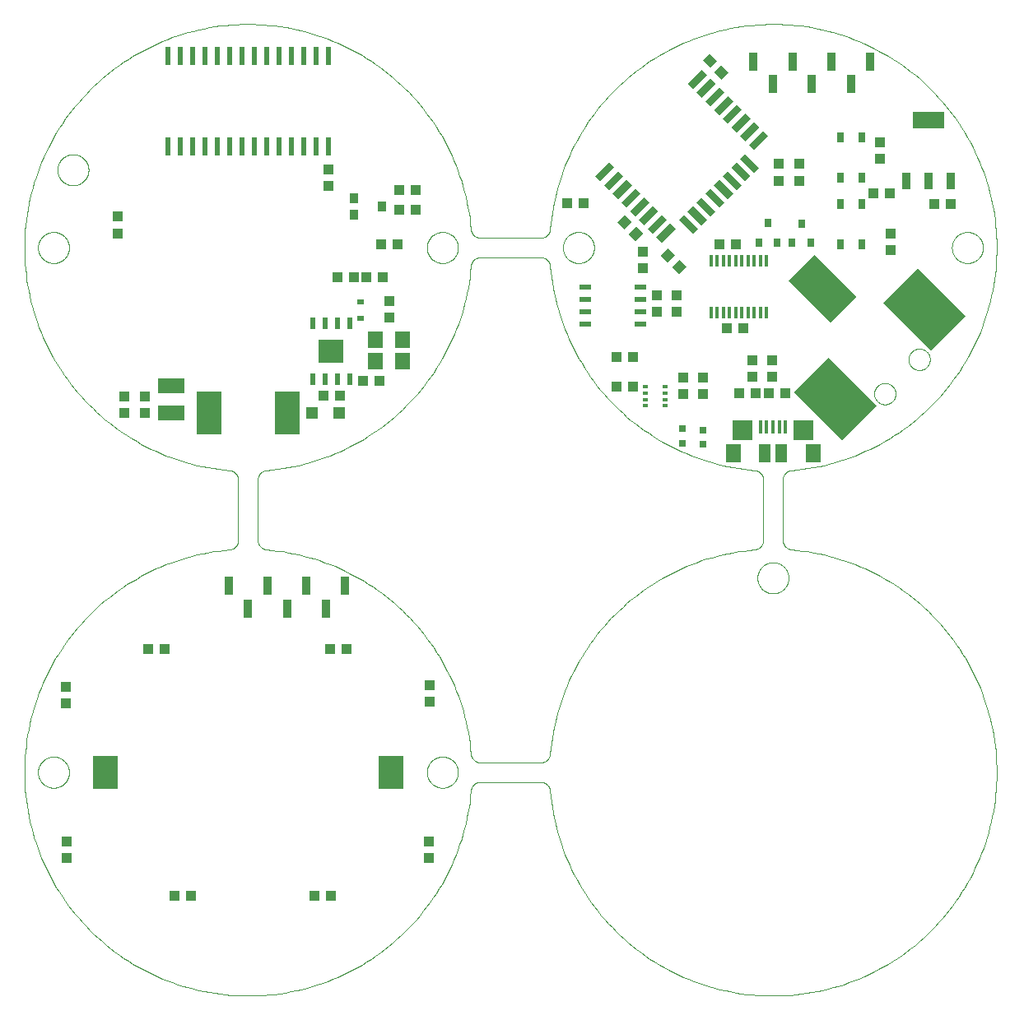
<source format=gtp>
G75*
%MOIN*%
%OFA0B0*%
%FSLAX25Y25*%
%IPPOS*%
%LPD*%
%AMOC8*
5,1,8,0,0,1.08239X$1,22.5*
%
%ADD10C,0.00000*%
%ADD11R,0.04331X0.03937*%
%ADD12R,0.03937X0.04331*%
%ADD13R,0.01575X0.05315*%
%ADD14R,0.08268X0.07874*%
%ADD15R,0.04724X0.07480*%
%ADD16R,0.06299X0.07480*%
%ADD17R,0.02559X0.04134*%
%ADD18R,0.10236X0.13780*%
%ADD19R,0.01969X0.01378*%
%ADD20R,0.04724X0.02362*%
%ADD21R,0.10630X0.06299*%
%ADD22R,0.10236X0.17717*%
%ADD23R,0.04724X0.04724*%
%ADD24R,0.06299X0.07087*%
%ADD25R,0.10236X0.09449*%
%ADD26R,0.01969X0.05000*%
%ADD27R,0.03543X0.04331*%
%ADD28R,0.03543X0.03937*%
%ADD29R,0.02756X0.02362*%
%ADD30R,0.03740X0.06890*%
%ADD31R,0.12598X0.06890*%
%ADD32R,0.03000X0.08000*%
%ADD33R,0.02098X0.07799*%
%ADD34R,0.27559X0.19685*%
%ADD35R,0.24016X0.14961*%
%ADD36R,0.03504X0.07283*%
%ADD37R,0.01575X0.04500*%
%ADD38R,0.03150X0.03150*%
%ADD39R,0.03150X0.03543*%
D10*
X0050350Y0091951D02*
X0050352Y0092109D01*
X0050358Y0092267D01*
X0050368Y0092425D01*
X0050382Y0092583D01*
X0050400Y0092740D01*
X0050421Y0092897D01*
X0050447Y0093053D01*
X0050477Y0093209D01*
X0050510Y0093364D01*
X0050548Y0093517D01*
X0050589Y0093670D01*
X0050634Y0093822D01*
X0050683Y0093973D01*
X0050736Y0094122D01*
X0050792Y0094270D01*
X0050852Y0094416D01*
X0050916Y0094561D01*
X0050984Y0094704D01*
X0051055Y0094846D01*
X0051129Y0094986D01*
X0051207Y0095123D01*
X0051289Y0095259D01*
X0051373Y0095393D01*
X0051462Y0095524D01*
X0051553Y0095653D01*
X0051648Y0095780D01*
X0051745Y0095905D01*
X0051846Y0096027D01*
X0051950Y0096146D01*
X0052057Y0096263D01*
X0052167Y0096377D01*
X0052280Y0096488D01*
X0052395Y0096597D01*
X0052513Y0096702D01*
X0052634Y0096804D01*
X0052757Y0096904D01*
X0052883Y0097000D01*
X0053011Y0097093D01*
X0053141Y0097183D01*
X0053274Y0097269D01*
X0053409Y0097353D01*
X0053545Y0097432D01*
X0053684Y0097509D01*
X0053825Y0097581D01*
X0053967Y0097651D01*
X0054111Y0097716D01*
X0054257Y0097778D01*
X0054404Y0097836D01*
X0054553Y0097891D01*
X0054703Y0097942D01*
X0054854Y0097989D01*
X0055006Y0098032D01*
X0055159Y0098071D01*
X0055314Y0098107D01*
X0055469Y0098138D01*
X0055625Y0098166D01*
X0055781Y0098190D01*
X0055938Y0098210D01*
X0056096Y0098226D01*
X0056253Y0098238D01*
X0056412Y0098246D01*
X0056570Y0098250D01*
X0056728Y0098250D01*
X0056886Y0098246D01*
X0057045Y0098238D01*
X0057202Y0098226D01*
X0057360Y0098210D01*
X0057517Y0098190D01*
X0057673Y0098166D01*
X0057829Y0098138D01*
X0057984Y0098107D01*
X0058139Y0098071D01*
X0058292Y0098032D01*
X0058444Y0097989D01*
X0058595Y0097942D01*
X0058745Y0097891D01*
X0058894Y0097836D01*
X0059041Y0097778D01*
X0059187Y0097716D01*
X0059331Y0097651D01*
X0059473Y0097581D01*
X0059614Y0097509D01*
X0059753Y0097432D01*
X0059889Y0097353D01*
X0060024Y0097269D01*
X0060157Y0097183D01*
X0060287Y0097093D01*
X0060415Y0097000D01*
X0060541Y0096904D01*
X0060664Y0096804D01*
X0060785Y0096702D01*
X0060903Y0096597D01*
X0061018Y0096488D01*
X0061131Y0096377D01*
X0061241Y0096263D01*
X0061348Y0096146D01*
X0061452Y0096027D01*
X0061553Y0095905D01*
X0061650Y0095780D01*
X0061745Y0095653D01*
X0061836Y0095524D01*
X0061925Y0095393D01*
X0062009Y0095259D01*
X0062091Y0095123D01*
X0062169Y0094986D01*
X0062243Y0094846D01*
X0062314Y0094704D01*
X0062382Y0094561D01*
X0062446Y0094416D01*
X0062506Y0094270D01*
X0062562Y0094122D01*
X0062615Y0093973D01*
X0062664Y0093822D01*
X0062709Y0093670D01*
X0062750Y0093517D01*
X0062788Y0093364D01*
X0062821Y0093209D01*
X0062851Y0093053D01*
X0062877Y0092897D01*
X0062898Y0092740D01*
X0062916Y0092583D01*
X0062930Y0092425D01*
X0062940Y0092267D01*
X0062946Y0092109D01*
X0062948Y0091951D01*
X0062946Y0091793D01*
X0062940Y0091635D01*
X0062930Y0091477D01*
X0062916Y0091319D01*
X0062898Y0091162D01*
X0062877Y0091005D01*
X0062851Y0090849D01*
X0062821Y0090693D01*
X0062788Y0090538D01*
X0062750Y0090385D01*
X0062709Y0090232D01*
X0062664Y0090080D01*
X0062615Y0089929D01*
X0062562Y0089780D01*
X0062506Y0089632D01*
X0062446Y0089486D01*
X0062382Y0089341D01*
X0062314Y0089198D01*
X0062243Y0089056D01*
X0062169Y0088916D01*
X0062091Y0088779D01*
X0062009Y0088643D01*
X0061925Y0088509D01*
X0061836Y0088378D01*
X0061745Y0088249D01*
X0061650Y0088122D01*
X0061553Y0087997D01*
X0061452Y0087875D01*
X0061348Y0087756D01*
X0061241Y0087639D01*
X0061131Y0087525D01*
X0061018Y0087414D01*
X0060903Y0087305D01*
X0060785Y0087200D01*
X0060664Y0087098D01*
X0060541Y0086998D01*
X0060415Y0086902D01*
X0060287Y0086809D01*
X0060157Y0086719D01*
X0060024Y0086633D01*
X0059889Y0086549D01*
X0059753Y0086470D01*
X0059614Y0086393D01*
X0059473Y0086321D01*
X0059331Y0086251D01*
X0059187Y0086186D01*
X0059041Y0086124D01*
X0058894Y0086066D01*
X0058745Y0086011D01*
X0058595Y0085960D01*
X0058444Y0085913D01*
X0058292Y0085870D01*
X0058139Y0085831D01*
X0057984Y0085795D01*
X0057829Y0085764D01*
X0057673Y0085736D01*
X0057517Y0085712D01*
X0057360Y0085692D01*
X0057202Y0085676D01*
X0057045Y0085664D01*
X0056886Y0085656D01*
X0056728Y0085652D01*
X0056570Y0085652D01*
X0056412Y0085656D01*
X0056253Y0085664D01*
X0056096Y0085676D01*
X0055938Y0085692D01*
X0055781Y0085712D01*
X0055625Y0085736D01*
X0055469Y0085764D01*
X0055314Y0085795D01*
X0055159Y0085831D01*
X0055006Y0085870D01*
X0054854Y0085913D01*
X0054703Y0085960D01*
X0054553Y0086011D01*
X0054404Y0086066D01*
X0054257Y0086124D01*
X0054111Y0086186D01*
X0053967Y0086251D01*
X0053825Y0086321D01*
X0053684Y0086393D01*
X0053545Y0086470D01*
X0053409Y0086549D01*
X0053274Y0086633D01*
X0053141Y0086719D01*
X0053011Y0086809D01*
X0052883Y0086902D01*
X0052757Y0086998D01*
X0052634Y0087098D01*
X0052513Y0087200D01*
X0052395Y0087305D01*
X0052280Y0087414D01*
X0052167Y0087525D01*
X0052057Y0087639D01*
X0051950Y0087756D01*
X0051846Y0087875D01*
X0051745Y0087997D01*
X0051648Y0088122D01*
X0051553Y0088249D01*
X0051462Y0088378D01*
X0051373Y0088509D01*
X0051289Y0088643D01*
X0051207Y0088779D01*
X0051129Y0088916D01*
X0051055Y0089056D01*
X0050984Y0089198D01*
X0050916Y0089341D01*
X0050852Y0089486D01*
X0050792Y0089632D01*
X0050736Y0089780D01*
X0050683Y0089929D01*
X0050634Y0090080D01*
X0050589Y0090232D01*
X0050548Y0090385D01*
X0050510Y0090538D01*
X0050477Y0090693D01*
X0050447Y0090849D01*
X0050421Y0091005D01*
X0050400Y0091162D01*
X0050382Y0091319D01*
X0050368Y0091477D01*
X0050358Y0091635D01*
X0050352Y0091793D01*
X0050350Y0091951D01*
X0127842Y0182188D02*
X0125639Y0181977D01*
X0123442Y0181712D01*
X0121253Y0181393D01*
X0119071Y0181021D01*
X0116900Y0180595D01*
X0114739Y0180117D01*
X0112591Y0179586D01*
X0110456Y0179003D01*
X0108336Y0178368D01*
X0106233Y0177681D01*
X0104146Y0176943D01*
X0102079Y0176154D01*
X0100031Y0175315D01*
X0098005Y0174426D01*
X0096000Y0173488D01*
X0094020Y0172501D01*
X0092064Y0171466D01*
X0090134Y0170384D01*
X0088230Y0169255D01*
X0086356Y0168079D01*
X0084510Y0166858D01*
X0082695Y0165593D01*
X0080911Y0164283D01*
X0079160Y0162930D01*
X0077442Y0161535D01*
X0075759Y0160098D01*
X0074111Y0158621D01*
X0072500Y0157104D01*
X0070927Y0155548D01*
X0069392Y0153953D01*
X0067897Y0152322D01*
X0066442Y0150655D01*
X0065028Y0148953D01*
X0063656Y0147216D01*
X0062327Y0145447D01*
X0061042Y0143646D01*
X0059801Y0141814D01*
X0058605Y0139952D01*
X0057455Y0138061D01*
X0056351Y0136143D01*
X0055295Y0134198D01*
X0054286Y0132229D01*
X0053326Y0130235D01*
X0052415Y0128218D01*
X0051554Y0126180D01*
X0050742Y0124121D01*
X0049982Y0122043D01*
X0049272Y0119947D01*
X0048613Y0117834D01*
X0048007Y0115706D01*
X0047452Y0113564D01*
X0046950Y0111409D01*
X0046501Y0109242D01*
X0046105Y0107064D01*
X0045763Y0104878D01*
X0045473Y0102684D01*
X0045238Y0100484D01*
X0045056Y0098279D01*
X0044929Y0096069D01*
X0044855Y0093858D01*
X0044836Y0091645D01*
X0044870Y0089432D01*
X0044959Y0087221D01*
X0045101Y0085013D01*
X0045298Y0082809D01*
X0045548Y0080610D01*
X0045852Y0078418D01*
X0046209Y0076234D01*
X0046620Y0074060D01*
X0047084Y0071896D01*
X0047600Y0069744D01*
X0048169Y0067605D01*
X0048790Y0065481D01*
X0049462Y0063373D01*
X0050186Y0061282D01*
X0050961Y0059209D01*
X0051786Y0057156D01*
X0052662Y0055123D01*
X0053586Y0053113D01*
X0054560Y0051126D01*
X0055581Y0049163D01*
X0056651Y0047225D01*
X0057767Y0045315D01*
X0058930Y0043432D01*
X0060138Y0041578D01*
X0061392Y0039754D01*
X0062689Y0037962D01*
X0064030Y0036201D01*
X0065414Y0034474D01*
X0066839Y0032782D01*
X0068305Y0031124D01*
X0069812Y0029503D01*
X0071357Y0027919D01*
X0072941Y0026374D01*
X0074562Y0024867D01*
X0076220Y0023401D01*
X0077912Y0021976D01*
X0079639Y0020592D01*
X0081400Y0019251D01*
X0083192Y0017954D01*
X0085016Y0016700D01*
X0086870Y0015492D01*
X0088753Y0014329D01*
X0090663Y0013213D01*
X0092601Y0012143D01*
X0094564Y0011122D01*
X0096551Y0010148D01*
X0098561Y0009224D01*
X0100594Y0008348D01*
X0102647Y0007523D01*
X0104720Y0006748D01*
X0106811Y0006024D01*
X0108919Y0005352D01*
X0111043Y0004731D01*
X0113182Y0004162D01*
X0115334Y0003646D01*
X0117498Y0003182D01*
X0119672Y0002771D01*
X0121856Y0002414D01*
X0124048Y0002110D01*
X0126247Y0001860D01*
X0128451Y0001663D01*
X0130659Y0001521D01*
X0132870Y0001432D01*
X0135083Y0001398D01*
X0137296Y0001417D01*
X0139507Y0001491D01*
X0141717Y0001618D01*
X0143922Y0001800D01*
X0146122Y0002035D01*
X0148316Y0002325D01*
X0150502Y0002667D01*
X0152680Y0003063D01*
X0154847Y0003512D01*
X0157002Y0004014D01*
X0159144Y0004569D01*
X0161272Y0005175D01*
X0163385Y0005834D01*
X0165481Y0006544D01*
X0167559Y0007304D01*
X0169618Y0008116D01*
X0171656Y0008977D01*
X0173673Y0009888D01*
X0175667Y0010848D01*
X0177636Y0011857D01*
X0179581Y0012913D01*
X0181499Y0014017D01*
X0183390Y0015167D01*
X0185252Y0016363D01*
X0187084Y0017604D01*
X0188885Y0018889D01*
X0190654Y0020218D01*
X0192391Y0021590D01*
X0194093Y0023004D01*
X0195760Y0024459D01*
X0197391Y0025954D01*
X0198986Y0027489D01*
X0200542Y0029062D01*
X0202059Y0030673D01*
X0203536Y0032321D01*
X0204973Y0034004D01*
X0206368Y0035722D01*
X0207721Y0037473D01*
X0209031Y0039257D01*
X0210296Y0041072D01*
X0211517Y0042918D01*
X0212693Y0044792D01*
X0213822Y0046696D01*
X0214904Y0048626D01*
X0215939Y0050582D01*
X0216926Y0052562D01*
X0217864Y0054567D01*
X0218753Y0056593D01*
X0219592Y0058641D01*
X0220381Y0060708D01*
X0221119Y0062795D01*
X0221806Y0064898D01*
X0222441Y0067018D01*
X0223024Y0069153D01*
X0223555Y0071301D01*
X0224033Y0073462D01*
X0224459Y0075633D01*
X0224831Y0077815D01*
X0225150Y0080004D01*
X0225415Y0082201D01*
X0225626Y0084404D01*
X0225625Y0084404D02*
X0225637Y0084528D01*
X0225653Y0084652D01*
X0225673Y0084775D01*
X0225697Y0084897D01*
X0225725Y0085018D01*
X0225757Y0085139D01*
X0225792Y0085258D01*
X0225831Y0085377D01*
X0225874Y0085494D01*
X0225921Y0085609D01*
X0225971Y0085723D01*
X0226025Y0085835D01*
X0226082Y0085946D01*
X0226143Y0086055D01*
X0226208Y0086162D01*
X0226275Y0086266D01*
X0226346Y0086369D01*
X0226420Y0086469D01*
X0226497Y0086567D01*
X0226578Y0086662D01*
X0226661Y0086755D01*
X0226747Y0086845D01*
X0226836Y0086932D01*
X0226928Y0087016D01*
X0227022Y0087098D01*
X0227119Y0087176D01*
X0227218Y0087251D01*
X0227319Y0087324D01*
X0227423Y0087392D01*
X0227529Y0087458D01*
X0227637Y0087520D01*
X0227747Y0087579D01*
X0227859Y0087634D01*
X0227972Y0087686D01*
X0228087Y0087734D01*
X0228203Y0087778D01*
X0228321Y0087819D01*
X0228440Y0087856D01*
X0228560Y0087889D01*
X0228681Y0087918D01*
X0228803Y0087944D01*
X0228926Y0087966D01*
X0229049Y0087983D01*
X0229173Y0087997D01*
X0229297Y0088007D01*
X0229422Y0088013D01*
X0229546Y0088015D01*
X0229547Y0088014D02*
X0253830Y0088014D01*
X0253830Y0088015D02*
X0253954Y0088013D01*
X0254079Y0088007D01*
X0254203Y0087997D01*
X0254327Y0087983D01*
X0254450Y0087966D01*
X0254573Y0087944D01*
X0254695Y0087918D01*
X0254816Y0087889D01*
X0254936Y0087856D01*
X0255055Y0087819D01*
X0255173Y0087778D01*
X0255289Y0087734D01*
X0255404Y0087686D01*
X0255517Y0087634D01*
X0255629Y0087579D01*
X0255739Y0087520D01*
X0255847Y0087458D01*
X0255953Y0087392D01*
X0256057Y0087324D01*
X0256158Y0087251D01*
X0256257Y0087176D01*
X0256354Y0087098D01*
X0256448Y0087016D01*
X0256540Y0086932D01*
X0256629Y0086845D01*
X0256715Y0086755D01*
X0256798Y0086662D01*
X0256879Y0086567D01*
X0256956Y0086469D01*
X0257030Y0086369D01*
X0257101Y0086266D01*
X0257168Y0086162D01*
X0257233Y0086055D01*
X0257294Y0085946D01*
X0257351Y0085835D01*
X0257405Y0085723D01*
X0257455Y0085609D01*
X0257502Y0085494D01*
X0257545Y0085377D01*
X0257584Y0085258D01*
X0257619Y0085139D01*
X0257651Y0085018D01*
X0257679Y0084897D01*
X0257703Y0084775D01*
X0257723Y0084652D01*
X0257739Y0084528D01*
X0257751Y0084404D01*
X0253830Y0095888D02*
X0229547Y0095888D01*
X0229546Y0095888D02*
X0229422Y0095890D01*
X0229297Y0095896D01*
X0229173Y0095906D01*
X0229049Y0095920D01*
X0228926Y0095937D01*
X0228803Y0095959D01*
X0228681Y0095985D01*
X0228560Y0096014D01*
X0228440Y0096047D01*
X0228321Y0096084D01*
X0228203Y0096125D01*
X0228087Y0096169D01*
X0227972Y0096217D01*
X0227859Y0096269D01*
X0227747Y0096324D01*
X0227637Y0096383D01*
X0227529Y0096445D01*
X0227423Y0096511D01*
X0227319Y0096579D01*
X0227218Y0096652D01*
X0227119Y0096727D01*
X0227022Y0096805D01*
X0226928Y0096887D01*
X0226836Y0096971D01*
X0226747Y0097058D01*
X0226661Y0097148D01*
X0226578Y0097241D01*
X0226497Y0097336D01*
X0226420Y0097434D01*
X0226346Y0097534D01*
X0226275Y0097637D01*
X0226208Y0097741D01*
X0226143Y0097848D01*
X0226082Y0097957D01*
X0226025Y0098068D01*
X0225971Y0098180D01*
X0225921Y0098294D01*
X0225874Y0098409D01*
X0225831Y0098526D01*
X0225792Y0098645D01*
X0225757Y0098764D01*
X0225725Y0098885D01*
X0225697Y0099006D01*
X0225673Y0099128D01*
X0225653Y0099251D01*
X0225637Y0099375D01*
X0225625Y0099499D01*
X0207830Y0091951D02*
X0207832Y0092109D01*
X0207838Y0092267D01*
X0207848Y0092425D01*
X0207862Y0092583D01*
X0207880Y0092740D01*
X0207901Y0092897D01*
X0207927Y0093053D01*
X0207957Y0093209D01*
X0207990Y0093364D01*
X0208028Y0093517D01*
X0208069Y0093670D01*
X0208114Y0093822D01*
X0208163Y0093973D01*
X0208216Y0094122D01*
X0208272Y0094270D01*
X0208332Y0094416D01*
X0208396Y0094561D01*
X0208464Y0094704D01*
X0208535Y0094846D01*
X0208609Y0094986D01*
X0208687Y0095123D01*
X0208769Y0095259D01*
X0208853Y0095393D01*
X0208942Y0095524D01*
X0209033Y0095653D01*
X0209128Y0095780D01*
X0209225Y0095905D01*
X0209326Y0096027D01*
X0209430Y0096146D01*
X0209537Y0096263D01*
X0209647Y0096377D01*
X0209760Y0096488D01*
X0209875Y0096597D01*
X0209993Y0096702D01*
X0210114Y0096804D01*
X0210237Y0096904D01*
X0210363Y0097000D01*
X0210491Y0097093D01*
X0210621Y0097183D01*
X0210754Y0097269D01*
X0210889Y0097353D01*
X0211025Y0097432D01*
X0211164Y0097509D01*
X0211305Y0097581D01*
X0211447Y0097651D01*
X0211591Y0097716D01*
X0211737Y0097778D01*
X0211884Y0097836D01*
X0212033Y0097891D01*
X0212183Y0097942D01*
X0212334Y0097989D01*
X0212486Y0098032D01*
X0212639Y0098071D01*
X0212794Y0098107D01*
X0212949Y0098138D01*
X0213105Y0098166D01*
X0213261Y0098190D01*
X0213418Y0098210D01*
X0213576Y0098226D01*
X0213733Y0098238D01*
X0213892Y0098246D01*
X0214050Y0098250D01*
X0214208Y0098250D01*
X0214366Y0098246D01*
X0214525Y0098238D01*
X0214682Y0098226D01*
X0214840Y0098210D01*
X0214997Y0098190D01*
X0215153Y0098166D01*
X0215309Y0098138D01*
X0215464Y0098107D01*
X0215619Y0098071D01*
X0215772Y0098032D01*
X0215924Y0097989D01*
X0216075Y0097942D01*
X0216225Y0097891D01*
X0216374Y0097836D01*
X0216521Y0097778D01*
X0216667Y0097716D01*
X0216811Y0097651D01*
X0216953Y0097581D01*
X0217094Y0097509D01*
X0217233Y0097432D01*
X0217369Y0097353D01*
X0217504Y0097269D01*
X0217637Y0097183D01*
X0217767Y0097093D01*
X0217895Y0097000D01*
X0218021Y0096904D01*
X0218144Y0096804D01*
X0218265Y0096702D01*
X0218383Y0096597D01*
X0218498Y0096488D01*
X0218611Y0096377D01*
X0218721Y0096263D01*
X0218828Y0096146D01*
X0218932Y0096027D01*
X0219033Y0095905D01*
X0219130Y0095780D01*
X0219225Y0095653D01*
X0219316Y0095524D01*
X0219405Y0095393D01*
X0219489Y0095259D01*
X0219571Y0095123D01*
X0219649Y0094986D01*
X0219723Y0094846D01*
X0219794Y0094704D01*
X0219862Y0094561D01*
X0219926Y0094416D01*
X0219986Y0094270D01*
X0220042Y0094122D01*
X0220095Y0093973D01*
X0220144Y0093822D01*
X0220189Y0093670D01*
X0220230Y0093517D01*
X0220268Y0093364D01*
X0220301Y0093209D01*
X0220331Y0093053D01*
X0220357Y0092897D01*
X0220378Y0092740D01*
X0220396Y0092583D01*
X0220410Y0092425D01*
X0220420Y0092267D01*
X0220426Y0092109D01*
X0220428Y0091951D01*
X0220426Y0091793D01*
X0220420Y0091635D01*
X0220410Y0091477D01*
X0220396Y0091319D01*
X0220378Y0091162D01*
X0220357Y0091005D01*
X0220331Y0090849D01*
X0220301Y0090693D01*
X0220268Y0090538D01*
X0220230Y0090385D01*
X0220189Y0090232D01*
X0220144Y0090080D01*
X0220095Y0089929D01*
X0220042Y0089780D01*
X0219986Y0089632D01*
X0219926Y0089486D01*
X0219862Y0089341D01*
X0219794Y0089198D01*
X0219723Y0089056D01*
X0219649Y0088916D01*
X0219571Y0088779D01*
X0219489Y0088643D01*
X0219405Y0088509D01*
X0219316Y0088378D01*
X0219225Y0088249D01*
X0219130Y0088122D01*
X0219033Y0087997D01*
X0218932Y0087875D01*
X0218828Y0087756D01*
X0218721Y0087639D01*
X0218611Y0087525D01*
X0218498Y0087414D01*
X0218383Y0087305D01*
X0218265Y0087200D01*
X0218144Y0087098D01*
X0218021Y0086998D01*
X0217895Y0086902D01*
X0217767Y0086809D01*
X0217637Y0086719D01*
X0217504Y0086633D01*
X0217369Y0086549D01*
X0217233Y0086470D01*
X0217094Y0086393D01*
X0216953Y0086321D01*
X0216811Y0086251D01*
X0216667Y0086186D01*
X0216521Y0086124D01*
X0216374Y0086066D01*
X0216225Y0086011D01*
X0216075Y0085960D01*
X0215924Y0085913D01*
X0215772Y0085870D01*
X0215619Y0085831D01*
X0215464Y0085795D01*
X0215309Y0085764D01*
X0215153Y0085736D01*
X0214997Y0085712D01*
X0214840Y0085692D01*
X0214682Y0085676D01*
X0214525Y0085664D01*
X0214366Y0085656D01*
X0214208Y0085652D01*
X0214050Y0085652D01*
X0213892Y0085656D01*
X0213733Y0085664D01*
X0213576Y0085676D01*
X0213418Y0085692D01*
X0213261Y0085712D01*
X0213105Y0085736D01*
X0212949Y0085764D01*
X0212794Y0085795D01*
X0212639Y0085831D01*
X0212486Y0085870D01*
X0212334Y0085913D01*
X0212183Y0085960D01*
X0212033Y0086011D01*
X0211884Y0086066D01*
X0211737Y0086124D01*
X0211591Y0086186D01*
X0211447Y0086251D01*
X0211305Y0086321D01*
X0211164Y0086393D01*
X0211025Y0086470D01*
X0210889Y0086549D01*
X0210754Y0086633D01*
X0210621Y0086719D01*
X0210491Y0086809D01*
X0210363Y0086902D01*
X0210237Y0086998D01*
X0210114Y0087098D01*
X0209993Y0087200D01*
X0209875Y0087305D01*
X0209760Y0087414D01*
X0209647Y0087525D01*
X0209537Y0087639D01*
X0209430Y0087756D01*
X0209326Y0087875D01*
X0209225Y0087997D01*
X0209128Y0088122D01*
X0209033Y0088249D01*
X0208942Y0088378D01*
X0208853Y0088509D01*
X0208769Y0088643D01*
X0208687Y0088779D01*
X0208609Y0088916D01*
X0208535Y0089056D01*
X0208464Y0089198D01*
X0208396Y0089341D01*
X0208332Y0089486D01*
X0208272Y0089632D01*
X0208216Y0089780D01*
X0208163Y0089929D01*
X0208114Y0090080D01*
X0208069Y0090232D01*
X0208028Y0090385D01*
X0207990Y0090538D01*
X0207957Y0090693D01*
X0207927Y0090849D01*
X0207901Y0091005D01*
X0207880Y0091162D01*
X0207862Y0091319D01*
X0207848Y0091477D01*
X0207838Y0091635D01*
X0207832Y0091793D01*
X0207830Y0091951D01*
X0253830Y0095888D02*
X0253954Y0095890D01*
X0254079Y0095896D01*
X0254203Y0095906D01*
X0254327Y0095920D01*
X0254450Y0095937D01*
X0254573Y0095959D01*
X0254695Y0095985D01*
X0254816Y0096014D01*
X0254936Y0096047D01*
X0255055Y0096084D01*
X0255173Y0096125D01*
X0255289Y0096169D01*
X0255404Y0096217D01*
X0255517Y0096269D01*
X0255629Y0096324D01*
X0255739Y0096383D01*
X0255847Y0096445D01*
X0255953Y0096511D01*
X0256057Y0096579D01*
X0256158Y0096652D01*
X0256257Y0096727D01*
X0256354Y0096805D01*
X0256448Y0096887D01*
X0256540Y0096971D01*
X0256629Y0097058D01*
X0256715Y0097148D01*
X0256798Y0097241D01*
X0256879Y0097336D01*
X0256956Y0097434D01*
X0257030Y0097534D01*
X0257101Y0097637D01*
X0257168Y0097741D01*
X0257233Y0097848D01*
X0257294Y0097957D01*
X0257351Y0098068D01*
X0257405Y0098180D01*
X0257455Y0098294D01*
X0257502Y0098409D01*
X0257545Y0098526D01*
X0257584Y0098645D01*
X0257619Y0098764D01*
X0257651Y0098885D01*
X0257679Y0099006D01*
X0257703Y0099128D01*
X0257723Y0099251D01*
X0257739Y0099375D01*
X0257751Y0099499D01*
X0257752Y0099498D02*
X0257961Y0101680D01*
X0258223Y0103856D01*
X0258537Y0106025D01*
X0258904Y0108186D01*
X0259323Y0110338D01*
X0259794Y0112478D01*
X0260317Y0114607D01*
X0260891Y0116722D01*
X0261516Y0118823D01*
X0262191Y0120908D01*
X0262917Y0122976D01*
X0263693Y0125026D01*
X0264518Y0127056D01*
X0265392Y0129066D01*
X0266315Y0131054D01*
X0267285Y0133020D01*
X0268303Y0134961D01*
X0269367Y0136877D01*
X0270477Y0138767D01*
X0271633Y0140629D01*
X0272833Y0142463D01*
X0274078Y0144267D01*
X0275366Y0146040D01*
X0276696Y0147782D01*
X0278068Y0149491D01*
X0279481Y0151167D01*
X0280935Y0152807D01*
X0282427Y0154412D01*
X0283958Y0155981D01*
X0285527Y0157512D01*
X0287132Y0159004D01*
X0288772Y0160458D01*
X0290448Y0161871D01*
X0292157Y0163243D01*
X0293899Y0164573D01*
X0295672Y0165861D01*
X0297476Y0167106D01*
X0299310Y0168306D01*
X0301172Y0169462D01*
X0303062Y0170572D01*
X0304978Y0171636D01*
X0306919Y0172654D01*
X0308885Y0173624D01*
X0310873Y0174547D01*
X0312883Y0175421D01*
X0314913Y0176246D01*
X0316963Y0177022D01*
X0319031Y0177748D01*
X0321116Y0178423D01*
X0323217Y0179048D01*
X0325332Y0179622D01*
X0327461Y0180145D01*
X0329601Y0180616D01*
X0331753Y0181035D01*
X0333914Y0181402D01*
X0336083Y0181716D01*
X0338259Y0181978D01*
X0340441Y0182187D01*
X0340440Y0182187D02*
X0340564Y0182199D01*
X0340688Y0182215D01*
X0340811Y0182235D01*
X0340933Y0182259D01*
X0341054Y0182287D01*
X0341175Y0182319D01*
X0341294Y0182354D01*
X0341413Y0182393D01*
X0341530Y0182436D01*
X0341645Y0182483D01*
X0341759Y0182533D01*
X0341871Y0182587D01*
X0341982Y0182644D01*
X0342091Y0182705D01*
X0342198Y0182770D01*
X0342302Y0182837D01*
X0342405Y0182908D01*
X0342505Y0182982D01*
X0342603Y0183059D01*
X0342698Y0183140D01*
X0342791Y0183223D01*
X0342881Y0183309D01*
X0342968Y0183398D01*
X0343052Y0183490D01*
X0343134Y0183584D01*
X0343212Y0183681D01*
X0343287Y0183780D01*
X0343360Y0183881D01*
X0343428Y0183985D01*
X0343494Y0184091D01*
X0343556Y0184199D01*
X0343615Y0184309D01*
X0343670Y0184421D01*
X0343722Y0184534D01*
X0343770Y0184649D01*
X0343814Y0184765D01*
X0343855Y0184883D01*
X0343892Y0185002D01*
X0343925Y0185122D01*
X0343954Y0185243D01*
X0343980Y0185365D01*
X0344002Y0185488D01*
X0344019Y0185611D01*
X0344033Y0185735D01*
X0344043Y0185859D01*
X0344049Y0185984D01*
X0344051Y0186108D01*
X0344050Y0186109D02*
X0344050Y0210392D01*
X0344051Y0210392D02*
X0344049Y0210516D01*
X0344043Y0210641D01*
X0344033Y0210765D01*
X0344019Y0210889D01*
X0344002Y0211012D01*
X0343980Y0211135D01*
X0343954Y0211257D01*
X0343925Y0211378D01*
X0343892Y0211498D01*
X0343855Y0211617D01*
X0343814Y0211735D01*
X0343770Y0211851D01*
X0343722Y0211966D01*
X0343670Y0212079D01*
X0343615Y0212191D01*
X0343556Y0212301D01*
X0343494Y0212409D01*
X0343428Y0212515D01*
X0343360Y0212619D01*
X0343287Y0212720D01*
X0343212Y0212819D01*
X0343134Y0212916D01*
X0343052Y0213010D01*
X0342968Y0213102D01*
X0342881Y0213191D01*
X0342791Y0213277D01*
X0342698Y0213360D01*
X0342603Y0213441D01*
X0342505Y0213518D01*
X0342405Y0213592D01*
X0342302Y0213663D01*
X0342198Y0213730D01*
X0342091Y0213795D01*
X0341982Y0213856D01*
X0341871Y0213913D01*
X0341759Y0213967D01*
X0341645Y0214017D01*
X0341530Y0214064D01*
X0341413Y0214107D01*
X0341294Y0214146D01*
X0341175Y0214181D01*
X0341054Y0214213D01*
X0340933Y0214241D01*
X0340811Y0214265D01*
X0340688Y0214285D01*
X0340564Y0214301D01*
X0340440Y0214313D01*
X0351924Y0210392D02*
X0351924Y0186109D01*
X0351924Y0186108D02*
X0351926Y0185984D01*
X0351932Y0185859D01*
X0351942Y0185735D01*
X0351956Y0185611D01*
X0351973Y0185488D01*
X0351995Y0185365D01*
X0352021Y0185243D01*
X0352050Y0185122D01*
X0352083Y0185002D01*
X0352120Y0184883D01*
X0352161Y0184765D01*
X0352205Y0184649D01*
X0352253Y0184534D01*
X0352305Y0184421D01*
X0352360Y0184309D01*
X0352419Y0184199D01*
X0352481Y0184091D01*
X0352547Y0183985D01*
X0352615Y0183881D01*
X0352688Y0183780D01*
X0352763Y0183681D01*
X0352841Y0183584D01*
X0352923Y0183490D01*
X0353007Y0183398D01*
X0353094Y0183309D01*
X0353184Y0183223D01*
X0353277Y0183140D01*
X0353372Y0183059D01*
X0353470Y0182982D01*
X0353570Y0182908D01*
X0353673Y0182837D01*
X0353777Y0182770D01*
X0353884Y0182705D01*
X0353993Y0182644D01*
X0354104Y0182587D01*
X0354216Y0182533D01*
X0354330Y0182483D01*
X0354445Y0182436D01*
X0354562Y0182393D01*
X0354681Y0182354D01*
X0354800Y0182319D01*
X0354921Y0182287D01*
X0355042Y0182259D01*
X0355164Y0182235D01*
X0355287Y0182215D01*
X0355411Y0182199D01*
X0355535Y0182187D01*
X0341688Y0170691D02*
X0341690Y0170849D01*
X0341696Y0171007D01*
X0341706Y0171165D01*
X0341720Y0171323D01*
X0341738Y0171480D01*
X0341759Y0171637D01*
X0341785Y0171793D01*
X0341815Y0171949D01*
X0341848Y0172104D01*
X0341886Y0172257D01*
X0341927Y0172410D01*
X0341972Y0172562D01*
X0342021Y0172713D01*
X0342074Y0172862D01*
X0342130Y0173010D01*
X0342190Y0173156D01*
X0342254Y0173301D01*
X0342322Y0173444D01*
X0342393Y0173586D01*
X0342467Y0173726D01*
X0342545Y0173863D01*
X0342627Y0173999D01*
X0342711Y0174133D01*
X0342800Y0174264D01*
X0342891Y0174393D01*
X0342986Y0174520D01*
X0343083Y0174645D01*
X0343184Y0174767D01*
X0343288Y0174886D01*
X0343395Y0175003D01*
X0343505Y0175117D01*
X0343618Y0175228D01*
X0343733Y0175337D01*
X0343851Y0175442D01*
X0343972Y0175544D01*
X0344095Y0175644D01*
X0344221Y0175740D01*
X0344349Y0175833D01*
X0344479Y0175923D01*
X0344612Y0176009D01*
X0344747Y0176093D01*
X0344883Y0176172D01*
X0345022Y0176249D01*
X0345163Y0176321D01*
X0345305Y0176391D01*
X0345449Y0176456D01*
X0345595Y0176518D01*
X0345742Y0176576D01*
X0345891Y0176631D01*
X0346041Y0176682D01*
X0346192Y0176729D01*
X0346344Y0176772D01*
X0346497Y0176811D01*
X0346652Y0176847D01*
X0346807Y0176878D01*
X0346963Y0176906D01*
X0347119Y0176930D01*
X0347276Y0176950D01*
X0347434Y0176966D01*
X0347591Y0176978D01*
X0347750Y0176986D01*
X0347908Y0176990D01*
X0348066Y0176990D01*
X0348224Y0176986D01*
X0348383Y0176978D01*
X0348540Y0176966D01*
X0348698Y0176950D01*
X0348855Y0176930D01*
X0349011Y0176906D01*
X0349167Y0176878D01*
X0349322Y0176847D01*
X0349477Y0176811D01*
X0349630Y0176772D01*
X0349782Y0176729D01*
X0349933Y0176682D01*
X0350083Y0176631D01*
X0350232Y0176576D01*
X0350379Y0176518D01*
X0350525Y0176456D01*
X0350669Y0176391D01*
X0350811Y0176321D01*
X0350952Y0176249D01*
X0351091Y0176172D01*
X0351227Y0176093D01*
X0351362Y0176009D01*
X0351495Y0175923D01*
X0351625Y0175833D01*
X0351753Y0175740D01*
X0351879Y0175644D01*
X0352002Y0175544D01*
X0352123Y0175442D01*
X0352241Y0175337D01*
X0352356Y0175228D01*
X0352469Y0175117D01*
X0352579Y0175003D01*
X0352686Y0174886D01*
X0352790Y0174767D01*
X0352891Y0174645D01*
X0352988Y0174520D01*
X0353083Y0174393D01*
X0353174Y0174264D01*
X0353263Y0174133D01*
X0353347Y0173999D01*
X0353429Y0173863D01*
X0353507Y0173726D01*
X0353581Y0173586D01*
X0353652Y0173444D01*
X0353720Y0173301D01*
X0353784Y0173156D01*
X0353844Y0173010D01*
X0353900Y0172862D01*
X0353953Y0172713D01*
X0354002Y0172562D01*
X0354047Y0172410D01*
X0354088Y0172257D01*
X0354126Y0172104D01*
X0354159Y0171949D01*
X0354189Y0171793D01*
X0354215Y0171637D01*
X0354236Y0171480D01*
X0354254Y0171323D01*
X0354268Y0171165D01*
X0354278Y0171007D01*
X0354284Y0170849D01*
X0354286Y0170691D01*
X0354284Y0170533D01*
X0354278Y0170375D01*
X0354268Y0170217D01*
X0354254Y0170059D01*
X0354236Y0169902D01*
X0354215Y0169745D01*
X0354189Y0169589D01*
X0354159Y0169433D01*
X0354126Y0169278D01*
X0354088Y0169125D01*
X0354047Y0168972D01*
X0354002Y0168820D01*
X0353953Y0168669D01*
X0353900Y0168520D01*
X0353844Y0168372D01*
X0353784Y0168226D01*
X0353720Y0168081D01*
X0353652Y0167938D01*
X0353581Y0167796D01*
X0353507Y0167656D01*
X0353429Y0167519D01*
X0353347Y0167383D01*
X0353263Y0167249D01*
X0353174Y0167118D01*
X0353083Y0166989D01*
X0352988Y0166862D01*
X0352891Y0166737D01*
X0352790Y0166615D01*
X0352686Y0166496D01*
X0352579Y0166379D01*
X0352469Y0166265D01*
X0352356Y0166154D01*
X0352241Y0166045D01*
X0352123Y0165940D01*
X0352002Y0165838D01*
X0351879Y0165738D01*
X0351753Y0165642D01*
X0351625Y0165549D01*
X0351495Y0165459D01*
X0351362Y0165373D01*
X0351227Y0165289D01*
X0351091Y0165210D01*
X0350952Y0165133D01*
X0350811Y0165061D01*
X0350669Y0164991D01*
X0350525Y0164926D01*
X0350379Y0164864D01*
X0350232Y0164806D01*
X0350083Y0164751D01*
X0349933Y0164700D01*
X0349782Y0164653D01*
X0349630Y0164610D01*
X0349477Y0164571D01*
X0349322Y0164535D01*
X0349167Y0164504D01*
X0349011Y0164476D01*
X0348855Y0164452D01*
X0348698Y0164432D01*
X0348540Y0164416D01*
X0348383Y0164404D01*
X0348224Y0164396D01*
X0348066Y0164392D01*
X0347908Y0164392D01*
X0347750Y0164396D01*
X0347591Y0164404D01*
X0347434Y0164416D01*
X0347276Y0164432D01*
X0347119Y0164452D01*
X0346963Y0164476D01*
X0346807Y0164504D01*
X0346652Y0164535D01*
X0346497Y0164571D01*
X0346344Y0164610D01*
X0346192Y0164653D01*
X0346041Y0164700D01*
X0345891Y0164751D01*
X0345742Y0164806D01*
X0345595Y0164864D01*
X0345449Y0164926D01*
X0345305Y0164991D01*
X0345163Y0165061D01*
X0345022Y0165133D01*
X0344883Y0165210D01*
X0344747Y0165289D01*
X0344612Y0165373D01*
X0344479Y0165459D01*
X0344349Y0165549D01*
X0344221Y0165642D01*
X0344095Y0165738D01*
X0343972Y0165838D01*
X0343851Y0165940D01*
X0343733Y0166045D01*
X0343618Y0166154D01*
X0343505Y0166265D01*
X0343395Y0166379D01*
X0343288Y0166496D01*
X0343184Y0166615D01*
X0343083Y0166737D01*
X0342986Y0166862D01*
X0342891Y0166989D01*
X0342800Y0167118D01*
X0342711Y0167249D01*
X0342627Y0167383D01*
X0342545Y0167519D01*
X0342467Y0167656D01*
X0342393Y0167796D01*
X0342322Y0167938D01*
X0342254Y0168081D01*
X0342190Y0168226D01*
X0342130Y0168372D01*
X0342074Y0168520D01*
X0342021Y0168669D01*
X0341972Y0168820D01*
X0341927Y0168972D01*
X0341886Y0169125D01*
X0341848Y0169278D01*
X0341815Y0169433D01*
X0341785Y0169589D01*
X0341759Y0169745D01*
X0341738Y0169902D01*
X0341720Y0170059D01*
X0341706Y0170217D01*
X0341696Y0170375D01*
X0341690Y0170533D01*
X0341688Y0170691D01*
X0351924Y0210392D02*
X0351926Y0210516D01*
X0351932Y0210641D01*
X0351942Y0210765D01*
X0351956Y0210889D01*
X0351973Y0211012D01*
X0351995Y0211135D01*
X0352021Y0211257D01*
X0352050Y0211378D01*
X0352083Y0211498D01*
X0352120Y0211617D01*
X0352161Y0211735D01*
X0352205Y0211851D01*
X0352253Y0211966D01*
X0352305Y0212079D01*
X0352360Y0212191D01*
X0352419Y0212301D01*
X0352481Y0212409D01*
X0352547Y0212515D01*
X0352615Y0212619D01*
X0352688Y0212720D01*
X0352763Y0212819D01*
X0352841Y0212916D01*
X0352923Y0213010D01*
X0353007Y0213102D01*
X0353094Y0213191D01*
X0353184Y0213277D01*
X0353277Y0213360D01*
X0353372Y0213441D01*
X0353470Y0213518D01*
X0353570Y0213592D01*
X0353673Y0213663D01*
X0353777Y0213730D01*
X0353884Y0213795D01*
X0353993Y0213856D01*
X0354104Y0213913D01*
X0354216Y0213967D01*
X0354330Y0214017D01*
X0354445Y0214064D01*
X0354562Y0214107D01*
X0354681Y0214146D01*
X0354800Y0214181D01*
X0354921Y0214213D01*
X0355042Y0214241D01*
X0355164Y0214265D01*
X0355287Y0214285D01*
X0355411Y0214301D01*
X0355535Y0214313D01*
X0388961Y0245326D02*
X0388963Y0245457D01*
X0388969Y0245589D01*
X0388979Y0245720D01*
X0388993Y0245851D01*
X0389011Y0245981D01*
X0389033Y0246110D01*
X0389058Y0246239D01*
X0389088Y0246367D01*
X0389122Y0246494D01*
X0389159Y0246621D01*
X0389200Y0246745D01*
X0389245Y0246869D01*
X0389294Y0246991D01*
X0389346Y0247112D01*
X0389402Y0247230D01*
X0389462Y0247348D01*
X0389525Y0247463D01*
X0389592Y0247576D01*
X0389662Y0247688D01*
X0389735Y0247797D01*
X0389811Y0247903D01*
X0389891Y0248008D01*
X0389974Y0248110D01*
X0390060Y0248209D01*
X0390149Y0248306D01*
X0390241Y0248400D01*
X0390336Y0248491D01*
X0390433Y0248580D01*
X0390533Y0248665D01*
X0390636Y0248747D01*
X0390741Y0248826D01*
X0390848Y0248902D01*
X0390958Y0248974D01*
X0391070Y0249043D01*
X0391184Y0249109D01*
X0391299Y0249171D01*
X0391417Y0249230D01*
X0391536Y0249285D01*
X0391657Y0249337D01*
X0391780Y0249384D01*
X0391904Y0249428D01*
X0392029Y0249469D01*
X0392155Y0249505D01*
X0392283Y0249538D01*
X0392411Y0249566D01*
X0392540Y0249591D01*
X0392670Y0249612D01*
X0392800Y0249629D01*
X0392931Y0249642D01*
X0393062Y0249651D01*
X0393193Y0249656D01*
X0393325Y0249657D01*
X0393456Y0249654D01*
X0393588Y0249647D01*
X0393719Y0249636D01*
X0393849Y0249621D01*
X0393979Y0249602D01*
X0394109Y0249579D01*
X0394237Y0249553D01*
X0394365Y0249522D01*
X0394492Y0249487D01*
X0394618Y0249449D01*
X0394742Y0249407D01*
X0394866Y0249361D01*
X0394987Y0249311D01*
X0395107Y0249258D01*
X0395226Y0249201D01*
X0395343Y0249141D01*
X0395457Y0249077D01*
X0395570Y0249009D01*
X0395681Y0248938D01*
X0395790Y0248864D01*
X0395896Y0248787D01*
X0396000Y0248706D01*
X0396101Y0248623D01*
X0396200Y0248536D01*
X0396296Y0248446D01*
X0396389Y0248353D01*
X0396480Y0248258D01*
X0396567Y0248160D01*
X0396652Y0248059D01*
X0396733Y0247956D01*
X0396811Y0247850D01*
X0396886Y0247742D01*
X0396958Y0247632D01*
X0397026Y0247520D01*
X0397091Y0247406D01*
X0397152Y0247289D01*
X0397210Y0247171D01*
X0397264Y0247051D01*
X0397315Y0246930D01*
X0397362Y0246807D01*
X0397405Y0246683D01*
X0397444Y0246558D01*
X0397480Y0246431D01*
X0397511Y0246303D01*
X0397539Y0246175D01*
X0397563Y0246046D01*
X0397583Y0245916D01*
X0397599Y0245785D01*
X0397611Y0245654D01*
X0397619Y0245523D01*
X0397623Y0245392D01*
X0397623Y0245260D01*
X0397619Y0245129D01*
X0397611Y0244998D01*
X0397599Y0244867D01*
X0397583Y0244736D01*
X0397563Y0244606D01*
X0397539Y0244477D01*
X0397511Y0244349D01*
X0397480Y0244221D01*
X0397444Y0244094D01*
X0397405Y0243969D01*
X0397362Y0243845D01*
X0397315Y0243722D01*
X0397264Y0243601D01*
X0397210Y0243481D01*
X0397152Y0243363D01*
X0397091Y0243246D01*
X0397026Y0243132D01*
X0396958Y0243020D01*
X0396886Y0242910D01*
X0396811Y0242802D01*
X0396733Y0242696D01*
X0396652Y0242593D01*
X0396567Y0242492D01*
X0396480Y0242394D01*
X0396389Y0242299D01*
X0396296Y0242206D01*
X0396200Y0242116D01*
X0396101Y0242029D01*
X0396000Y0241946D01*
X0395896Y0241865D01*
X0395790Y0241788D01*
X0395681Y0241714D01*
X0395570Y0241643D01*
X0395458Y0241575D01*
X0395343Y0241511D01*
X0395226Y0241451D01*
X0395107Y0241394D01*
X0394987Y0241341D01*
X0394866Y0241291D01*
X0394742Y0241245D01*
X0394618Y0241203D01*
X0394492Y0241165D01*
X0394365Y0241130D01*
X0394237Y0241099D01*
X0394109Y0241073D01*
X0393979Y0241050D01*
X0393849Y0241031D01*
X0393719Y0241016D01*
X0393588Y0241005D01*
X0393456Y0240998D01*
X0393325Y0240995D01*
X0393193Y0240996D01*
X0393062Y0241001D01*
X0392931Y0241010D01*
X0392800Y0241023D01*
X0392670Y0241040D01*
X0392540Y0241061D01*
X0392411Y0241086D01*
X0392283Y0241114D01*
X0392155Y0241147D01*
X0392029Y0241183D01*
X0391904Y0241224D01*
X0391780Y0241268D01*
X0391657Y0241315D01*
X0391536Y0241367D01*
X0391417Y0241422D01*
X0391299Y0241481D01*
X0391184Y0241543D01*
X0391070Y0241609D01*
X0390958Y0241678D01*
X0390848Y0241750D01*
X0390741Y0241826D01*
X0390636Y0241905D01*
X0390533Y0241987D01*
X0390433Y0242072D01*
X0390336Y0242161D01*
X0390241Y0242252D01*
X0390149Y0242346D01*
X0390060Y0242443D01*
X0389974Y0242542D01*
X0389891Y0242644D01*
X0389811Y0242749D01*
X0389735Y0242855D01*
X0389662Y0242964D01*
X0389592Y0243076D01*
X0389525Y0243189D01*
X0389462Y0243304D01*
X0389402Y0243422D01*
X0389346Y0243540D01*
X0389294Y0243661D01*
X0389245Y0243783D01*
X0389200Y0243907D01*
X0389159Y0244031D01*
X0389122Y0244158D01*
X0389088Y0244285D01*
X0389058Y0244413D01*
X0389033Y0244542D01*
X0389011Y0244671D01*
X0388993Y0244801D01*
X0388979Y0244932D01*
X0388969Y0245063D01*
X0388963Y0245195D01*
X0388961Y0245326D01*
X0402880Y0259245D02*
X0402882Y0259376D01*
X0402888Y0259508D01*
X0402898Y0259639D01*
X0402912Y0259770D01*
X0402930Y0259900D01*
X0402952Y0260029D01*
X0402977Y0260158D01*
X0403007Y0260286D01*
X0403041Y0260413D01*
X0403078Y0260540D01*
X0403119Y0260664D01*
X0403164Y0260788D01*
X0403213Y0260910D01*
X0403265Y0261031D01*
X0403321Y0261149D01*
X0403381Y0261267D01*
X0403444Y0261382D01*
X0403511Y0261495D01*
X0403581Y0261607D01*
X0403654Y0261716D01*
X0403730Y0261822D01*
X0403810Y0261927D01*
X0403893Y0262029D01*
X0403979Y0262128D01*
X0404068Y0262225D01*
X0404160Y0262319D01*
X0404255Y0262410D01*
X0404352Y0262499D01*
X0404452Y0262584D01*
X0404555Y0262666D01*
X0404660Y0262745D01*
X0404767Y0262821D01*
X0404877Y0262893D01*
X0404989Y0262962D01*
X0405103Y0263028D01*
X0405218Y0263090D01*
X0405336Y0263149D01*
X0405455Y0263204D01*
X0405576Y0263256D01*
X0405699Y0263303D01*
X0405823Y0263347D01*
X0405948Y0263388D01*
X0406074Y0263424D01*
X0406202Y0263457D01*
X0406330Y0263485D01*
X0406459Y0263510D01*
X0406589Y0263531D01*
X0406719Y0263548D01*
X0406850Y0263561D01*
X0406981Y0263570D01*
X0407112Y0263575D01*
X0407244Y0263576D01*
X0407375Y0263573D01*
X0407507Y0263566D01*
X0407638Y0263555D01*
X0407768Y0263540D01*
X0407898Y0263521D01*
X0408028Y0263498D01*
X0408156Y0263472D01*
X0408284Y0263441D01*
X0408411Y0263406D01*
X0408537Y0263368D01*
X0408661Y0263326D01*
X0408785Y0263280D01*
X0408906Y0263230D01*
X0409026Y0263177D01*
X0409145Y0263120D01*
X0409262Y0263060D01*
X0409376Y0262996D01*
X0409489Y0262928D01*
X0409600Y0262857D01*
X0409709Y0262783D01*
X0409815Y0262706D01*
X0409919Y0262625D01*
X0410020Y0262542D01*
X0410119Y0262455D01*
X0410215Y0262365D01*
X0410308Y0262272D01*
X0410399Y0262177D01*
X0410486Y0262079D01*
X0410571Y0261978D01*
X0410652Y0261875D01*
X0410730Y0261769D01*
X0410805Y0261661D01*
X0410877Y0261551D01*
X0410945Y0261439D01*
X0411010Y0261325D01*
X0411071Y0261208D01*
X0411129Y0261090D01*
X0411183Y0260970D01*
X0411234Y0260849D01*
X0411281Y0260726D01*
X0411324Y0260602D01*
X0411363Y0260477D01*
X0411399Y0260350D01*
X0411430Y0260222D01*
X0411458Y0260094D01*
X0411482Y0259965D01*
X0411502Y0259835D01*
X0411518Y0259704D01*
X0411530Y0259573D01*
X0411538Y0259442D01*
X0411542Y0259311D01*
X0411542Y0259179D01*
X0411538Y0259048D01*
X0411530Y0258917D01*
X0411518Y0258786D01*
X0411502Y0258655D01*
X0411482Y0258525D01*
X0411458Y0258396D01*
X0411430Y0258268D01*
X0411399Y0258140D01*
X0411363Y0258013D01*
X0411324Y0257888D01*
X0411281Y0257764D01*
X0411234Y0257641D01*
X0411183Y0257520D01*
X0411129Y0257400D01*
X0411071Y0257282D01*
X0411010Y0257165D01*
X0410945Y0257051D01*
X0410877Y0256939D01*
X0410805Y0256829D01*
X0410730Y0256721D01*
X0410652Y0256615D01*
X0410571Y0256512D01*
X0410486Y0256411D01*
X0410399Y0256313D01*
X0410308Y0256218D01*
X0410215Y0256125D01*
X0410119Y0256035D01*
X0410020Y0255948D01*
X0409919Y0255865D01*
X0409815Y0255784D01*
X0409709Y0255707D01*
X0409600Y0255633D01*
X0409489Y0255562D01*
X0409377Y0255494D01*
X0409262Y0255430D01*
X0409145Y0255370D01*
X0409026Y0255313D01*
X0408906Y0255260D01*
X0408785Y0255210D01*
X0408661Y0255164D01*
X0408537Y0255122D01*
X0408411Y0255084D01*
X0408284Y0255049D01*
X0408156Y0255018D01*
X0408028Y0254992D01*
X0407898Y0254969D01*
X0407768Y0254950D01*
X0407638Y0254935D01*
X0407507Y0254924D01*
X0407375Y0254917D01*
X0407244Y0254914D01*
X0407112Y0254915D01*
X0406981Y0254920D01*
X0406850Y0254929D01*
X0406719Y0254942D01*
X0406589Y0254959D01*
X0406459Y0254980D01*
X0406330Y0255005D01*
X0406202Y0255033D01*
X0406074Y0255066D01*
X0405948Y0255102D01*
X0405823Y0255143D01*
X0405699Y0255187D01*
X0405576Y0255234D01*
X0405455Y0255286D01*
X0405336Y0255341D01*
X0405218Y0255400D01*
X0405103Y0255462D01*
X0404989Y0255528D01*
X0404877Y0255597D01*
X0404767Y0255669D01*
X0404660Y0255745D01*
X0404555Y0255824D01*
X0404452Y0255906D01*
X0404352Y0255991D01*
X0404255Y0256080D01*
X0404160Y0256171D01*
X0404068Y0256265D01*
X0403979Y0256362D01*
X0403893Y0256461D01*
X0403810Y0256563D01*
X0403730Y0256668D01*
X0403654Y0256774D01*
X0403581Y0256883D01*
X0403511Y0256995D01*
X0403444Y0257108D01*
X0403381Y0257223D01*
X0403321Y0257341D01*
X0403265Y0257459D01*
X0403213Y0257580D01*
X0403164Y0257702D01*
X0403119Y0257826D01*
X0403078Y0257950D01*
X0403041Y0258077D01*
X0403007Y0258204D01*
X0402977Y0258332D01*
X0402952Y0258461D01*
X0402930Y0258590D01*
X0402912Y0258720D01*
X0402898Y0258851D01*
X0402888Y0258982D01*
X0402882Y0259114D01*
X0402880Y0259245D01*
X0420429Y0304550D02*
X0420431Y0304708D01*
X0420437Y0304866D01*
X0420447Y0305024D01*
X0420461Y0305182D01*
X0420479Y0305339D01*
X0420500Y0305496D01*
X0420526Y0305652D01*
X0420556Y0305808D01*
X0420589Y0305963D01*
X0420627Y0306116D01*
X0420668Y0306269D01*
X0420713Y0306421D01*
X0420762Y0306572D01*
X0420815Y0306721D01*
X0420871Y0306869D01*
X0420931Y0307015D01*
X0420995Y0307160D01*
X0421063Y0307303D01*
X0421134Y0307445D01*
X0421208Y0307585D01*
X0421286Y0307722D01*
X0421368Y0307858D01*
X0421452Y0307992D01*
X0421541Y0308123D01*
X0421632Y0308252D01*
X0421727Y0308379D01*
X0421824Y0308504D01*
X0421925Y0308626D01*
X0422029Y0308745D01*
X0422136Y0308862D01*
X0422246Y0308976D01*
X0422359Y0309087D01*
X0422474Y0309196D01*
X0422592Y0309301D01*
X0422713Y0309403D01*
X0422836Y0309503D01*
X0422962Y0309599D01*
X0423090Y0309692D01*
X0423220Y0309782D01*
X0423353Y0309868D01*
X0423488Y0309952D01*
X0423624Y0310031D01*
X0423763Y0310108D01*
X0423904Y0310180D01*
X0424046Y0310250D01*
X0424190Y0310315D01*
X0424336Y0310377D01*
X0424483Y0310435D01*
X0424632Y0310490D01*
X0424782Y0310541D01*
X0424933Y0310588D01*
X0425085Y0310631D01*
X0425238Y0310670D01*
X0425393Y0310706D01*
X0425548Y0310737D01*
X0425704Y0310765D01*
X0425860Y0310789D01*
X0426017Y0310809D01*
X0426175Y0310825D01*
X0426332Y0310837D01*
X0426491Y0310845D01*
X0426649Y0310849D01*
X0426807Y0310849D01*
X0426965Y0310845D01*
X0427124Y0310837D01*
X0427281Y0310825D01*
X0427439Y0310809D01*
X0427596Y0310789D01*
X0427752Y0310765D01*
X0427908Y0310737D01*
X0428063Y0310706D01*
X0428218Y0310670D01*
X0428371Y0310631D01*
X0428523Y0310588D01*
X0428674Y0310541D01*
X0428824Y0310490D01*
X0428973Y0310435D01*
X0429120Y0310377D01*
X0429266Y0310315D01*
X0429410Y0310250D01*
X0429552Y0310180D01*
X0429693Y0310108D01*
X0429832Y0310031D01*
X0429968Y0309952D01*
X0430103Y0309868D01*
X0430236Y0309782D01*
X0430366Y0309692D01*
X0430494Y0309599D01*
X0430620Y0309503D01*
X0430743Y0309403D01*
X0430864Y0309301D01*
X0430982Y0309196D01*
X0431097Y0309087D01*
X0431210Y0308976D01*
X0431320Y0308862D01*
X0431427Y0308745D01*
X0431531Y0308626D01*
X0431632Y0308504D01*
X0431729Y0308379D01*
X0431824Y0308252D01*
X0431915Y0308123D01*
X0432004Y0307992D01*
X0432088Y0307858D01*
X0432170Y0307722D01*
X0432248Y0307585D01*
X0432322Y0307445D01*
X0432393Y0307303D01*
X0432461Y0307160D01*
X0432525Y0307015D01*
X0432585Y0306869D01*
X0432641Y0306721D01*
X0432694Y0306572D01*
X0432743Y0306421D01*
X0432788Y0306269D01*
X0432829Y0306116D01*
X0432867Y0305963D01*
X0432900Y0305808D01*
X0432930Y0305652D01*
X0432956Y0305496D01*
X0432977Y0305339D01*
X0432995Y0305182D01*
X0433009Y0305024D01*
X0433019Y0304866D01*
X0433025Y0304708D01*
X0433027Y0304550D01*
X0433025Y0304392D01*
X0433019Y0304234D01*
X0433009Y0304076D01*
X0432995Y0303918D01*
X0432977Y0303761D01*
X0432956Y0303604D01*
X0432930Y0303448D01*
X0432900Y0303292D01*
X0432867Y0303137D01*
X0432829Y0302984D01*
X0432788Y0302831D01*
X0432743Y0302679D01*
X0432694Y0302528D01*
X0432641Y0302379D01*
X0432585Y0302231D01*
X0432525Y0302085D01*
X0432461Y0301940D01*
X0432393Y0301797D01*
X0432322Y0301655D01*
X0432248Y0301515D01*
X0432170Y0301378D01*
X0432088Y0301242D01*
X0432004Y0301108D01*
X0431915Y0300977D01*
X0431824Y0300848D01*
X0431729Y0300721D01*
X0431632Y0300596D01*
X0431531Y0300474D01*
X0431427Y0300355D01*
X0431320Y0300238D01*
X0431210Y0300124D01*
X0431097Y0300013D01*
X0430982Y0299904D01*
X0430864Y0299799D01*
X0430743Y0299697D01*
X0430620Y0299597D01*
X0430494Y0299501D01*
X0430366Y0299408D01*
X0430236Y0299318D01*
X0430103Y0299232D01*
X0429968Y0299148D01*
X0429832Y0299069D01*
X0429693Y0298992D01*
X0429552Y0298920D01*
X0429410Y0298850D01*
X0429266Y0298785D01*
X0429120Y0298723D01*
X0428973Y0298665D01*
X0428824Y0298610D01*
X0428674Y0298559D01*
X0428523Y0298512D01*
X0428371Y0298469D01*
X0428218Y0298430D01*
X0428063Y0298394D01*
X0427908Y0298363D01*
X0427752Y0298335D01*
X0427596Y0298311D01*
X0427439Y0298291D01*
X0427281Y0298275D01*
X0427124Y0298263D01*
X0426965Y0298255D01*
X0426807Y0298251D01*
X0426649Y0298251D01*
X0426491Y0298255D01*
X0426332Y0298263D01*
X0426175Y0298275D01*
X0426017Y0298291D01*
X0425860Y0298311D01*
X0425704Y0298335D01*
X0425548Y0298363D01*
X0425393Y0298394D01*
X0425238Y0298430D01*
X0425085Y0298469D01*
X0424933Y0298512D01*
X0424782Y0298559D01*
X0424632Y0298610D01*
X0424483Y0298665D01*
X0424336Y0298723D01*
X0424190Y0298785D01*
X0424046Y0298850D01*
X0423904Y0298920D01*
X0423763Y0298992D01*
X0423624Y0299069D01*
X0423488Y0299148D01*
X0423353Y0299232D01*
X0423220Y0299318D01*
X0423090Y0299408D01*
X0422962Y0299501D01*
X0422836Y0299597D01*
X0422713Y0299697D01*
X0422592Y0299799D01*
X0422474Y0299904D01*
X0422359Y0300013D01*
X0422246Y0300124D01*
X0422136Y0300238D01*
X0422029Y0300355D01*
X0421925Y0300474D01*
X0421824Y0300596D01*
X0421727Y0300721D01*
X0421632Y0300848D01*
X0421541Y0300977D01*
X0421452Y0301108D01*
X0421368Y0301242D01*
X0421286Y0301378D01*
X0421208Y0301515D01*
X0421134Y0301655D01*
X0421063Y0301797D01*
X0420995Y0301940D01*
X0420931Y0302085D01*
X0420871Y0302231D01*
X0420815Y0302379D01*
X0420762Y0302528D01*
X0420713Y0302679D01*
X0420668Y0302831D01*
X0420627Y0302984D01*
X0420589Y0303137D01*
X0420556Y0303292D01*
X0420526Y0303448D01*
X0420500Y0303604D01*
X0420479Y0303761D01*
X0420461Y0303918D01*
X0420447Y0304076D01*
X0420437Y0304234D01*
X0420431Y0304392D01*
X0420429Y0304550D01*
X0355535Y0214313D02*
X0357738Y0214524D01*
X0359935Y0214789D01*
X0362124Y0215108D01*
X0364306Y0215480D01*
X0366477Y0215906D01*
X0368638Y0216384D01*
X0370786Y0216915D01*
X0372921Y0217498D01*
X0375041Y0218133D01*
X0377144Y0218820D01*
X0379231Y0219558D01*
X0381298Y0220347D01*
X0383346Y0221186D01*
X0385372Y0222075D01*
X0387377Y0223013D01*
X0389357Y0224000D01*
X0391313Y0225035D01*
X0393243Y0226117D01*
X0395147Y0227246D01*
X0397021Y0228422D01*
X0398867Y0229643D01*
X0400682Y0230908D01*
X0402466Y0232218D01*
X0404217Y0233571D01*
X0405935Y0234966D01*
X0407618Y0236403D01*
X0409266Y0237880D01*
X0410877Y0239397D01*
X0412450Y0240953D01*
X0413985Y0242548D01*
X0415480Y0244179D01*
X0416935Y0245846D01*
X0418349Y0247548D01*
X0419721Y0249285D01*
X0421050Y0251054D01*
X0422335Y0252855D01*
X0423576Y0254687D01*
X0424772Y0256549D01*
X0425922Y0258440D01*
X0427026Y0260358D01*
X0428082Y0262303D01*
X0429091Y0264272D01*
X0430051Y0266266D01*
X0430962Y0268283D01*
X0431823Y0270321D01*
X0432635Y0272380D01*
X0433395Y0274458D01*
X0434105Y0276554D01*
X0434764Y0278667D01*
X0435370Y0280795D01*
X0435925Y0282937D01*
X0436427Y0285092D01*
X0436876Y0287259D01*
X0437272Y0289437D01*
X0437614Y0291623D01*
X0437904Y0293817D01*
X0438139Y0296017D01*
X0438321Y0298222D01*
X0438448Y0300432D01*
X0438522Y0302643D01*
X0438541Y0304856D01*
X0438507Y0307069D01*
X0438418Y0309280D01*
X0438276Y0311488D01*
X0438079Y0313692D01*
X0437829Y0315891D01*
X0437525Y0318083D01*
X0437168Y0320267D01*
X0436757Y0322441D01*
X0436293Y0324605D01*
X0435777Y0326757D01*
X0435208Y0328896D01*
X0434587Y0331020D01*
X0433915Y0333128D01*
X0433191Y0335219D01*
X0432416Y0337292D01*
X0431591Y0339345D01*
X0430715Y0341378D01*
X0429791Y0343388D01*
X0428817Y0345375D01*
X0427796Y0347338D01*
X0426726Y0349276D01*
X0425610Y0351186D01*
X0424447Y0353069D01*
X0423239Y0354923D01*
X0421985Y0356747D01*
X0420688Y0358539D01*
X0419347Y0360300D01*
X0417963Y0362027D01*
X0416538Y0363719D01*
X0415072Y0365377D01*
X0413565Y0366998D01*
X0412020Y0368582D01*
X0410436Y0370127D01*
X0408815Y0371634D01*
X0407157Y0373100D01*
X0405465Y0374525D01*
X0403738Y0375909D01*
X0401977Y0377250D01*
X0400185Y0378547D01*
X0398361Y0379801D01*
X0396507Y0381009D01*
X0394624Y0382172D01*
X0392714Y0383288D01*
X0390776Y0384358D01*
X0388813Y0385379D01*
X0386826Y0386353D01*
X0384816Y0387277D01*
X0382783Y0388153D01*
X0380730Y0388978D01*
X0378657Y0389753D01*
X0376566Y0390477D01*
X0374458Y0391149D01*
X0372334Y0391770D01*
X0370195Y0392339D01*
X0368043Y0392855D01*
X0365879Y0393319D01*
X0363705Y0393730D01*
X0361521Y0394087D01*
X0359329Y0394391D01*
X0357130Y0394641D01*
X0354926Y0394838D01*
X0352718Y0394980D01*
X0350507Y0395069D01*
X0348294Y0395103D01*
X0346081Y0395084D01*
X0343870Y0395010D01*
X0341660Y0394883D01*
X0339455Y0394701D01*
X0337255Y0394466D01*
X0335061Y0394176D01*
X0332875Y0393834D01*
X0330697Y0393438D01*
X0328530Y0392989D01*
X0326375Y0392487D01*
X0324233Y0391932D01*
X0322105Y0391326D01*
X0319992Y0390667D01*
X0317896Y0389957D01*
X0315818Y0389197D01*
X0313759Y0388385D01*
X0311721Y0387524D01*
X0309704Y0386613D01*
X0307710Y0385653D01*
X0305741Y0384644D01*
X0303796Y0383588D01*
X0301878Y0382484D01*
X0299987Y0381334D01*
X0298125Y0380138D01*
X0296293Y0378897D01*
X0294492Y0377612D01*
X0292723Y0376283D01*
X0290986Y0374911D01*
X0289284Y0373497D01*
X0287617Y0372042D01*
X0285986Y0370547D01*
X0284391Y0369012D01*
X0282835Y0367439D01*
X0281318Y0365828D01*
X0279841Y0364180D01*
X0278404Y0362497D01*
X0277009Y0360779D01*
X0275656Y0359028D01*
X0274346Y0357244D01*
X0273081Y0355429D01*
X0271860Y0353583D01*
X0270684Y0351709D01*
X0269555Y0349805D01*
X0268473Y0347875D01*
X0267438Y0345919D01*
X0266451Y0343939D01*
X0265513Y0341934D01*
X0264624Y0339908D01*
X0263785Y0337860D01*
X0262996Y0335793D01*
X0262258Y0333706D01*
X0261571Y0331603D01*
X0260936Y0329483D01*
X0260353Y0327348D01*
X0259822Y0325200D01*
X0259344Y0323039D01*
X0258918Y0320868D01*
X0258546Y0318686D01*
X0258227Y0316497D01*
X0257962Y0314300D01*
X0257751Y0312097D01*
X0257739Y0311973D01*
X0257723Y0311849D01*
X0257703Y0311726D01*
X0257679Y0311604D01*
X0257651Y0311483D01*
X0257619Y0311362D01*
X0257584Y0311243D01*
X0257545Y0311124D01*
X0257502Y0311007D01*
X0257455Y0310892D01*
X0257405Y0310778D01*
X0257351Y0310666D01*
X0257294Y0310555D01*
X0257233Y0310446D01*
X0257168Y0310339D01*
X0257101Y0310235D01*
X0257030Y0310132D01*
X0256956Y0310032D01*
X0256879Y0309934D01*
X0256798Y0309839D01*
X0256715Y0309746D01*
X0256629Y0309656D01*
X0256540Y0309569D01*
X0256448Y0309485D01*
X0256354Y0309403D01*
X0256257Y0309325D01*
X0256158Y0309250D01*
X0256057Y0309177D01*
X0255953Y0309109D01*
X0255847Y0309043D01*
X0255739Y0308981D01*
X0255629Y0308922D01*
X0255517Y0308867D01*
X0255404Y0308815D01*
X0255289Y0308767D01*
X0255173Y0308723D01*
X0255055Y0308682D01*
X0254936Y0308645D01*
X0254816Y0308612D01*
X0254695Y0308583D01*
X0254573Y0308557D01*
X0254450Y0308535D01*
X0254327Y0308518D01*
X0254203Y0308504D01*
X0254079Y0308494D01*
X0253954Y0308488D01*
X0253830Y0308486D01*
X0253830Y0308487D02*
X0229547Y0308487D01*
X0229546Y0308486D02*
X0229422Y0308488D01*
X0229297Y0308494D01*
X0229173Y0308504D01*
X0229049Y0308518D01*
X0228926Y0308535D01*
X0228803Y0308557D01*
X0228681Y0308583D01*
X0228560Y0308612D01*
X0228440Y0308645D01*
X0228321Y0308682D01*
X0228203Y0308723D01*
X0228087Y0308767D01*
X0227972Y0308815D01*
X0227859Y0308867D01*
X0227747Y0308922D01*
X0227637Y0308981D01*
X0227529Y0309043D01*
X0227423Y0309109D01*
X0227319Y0309177D01*
X0227218Y0309250D01*
X0227119Y0309325D01*
X0227022Y0309403D01*
X0226928Y0309485D01*
X0226836Y0309569D01*
X0226747Y0309656D01*
X0226661Y0309746D01*
X0226578Y0309839D01*
X0226497Y0309934D01*
X0226420Y0310032D01*
X0226346Y0310132D01*
X0226275Y0310235D01*
X0226208Y0310339D01*
X0226143Y0310446D01*
X0226082Y0310555D01*
X0226025Y0310666D01*
X0225971Y0310778D01*
X0225921Y0310892D01*
X0225874Y0311007D01*
X0225831Y0311124D01*
X0225792Y0311243D01*
X0225757Y0311362D01*
X0225725Y0311483D01*
X0225697Y0311604D01*
X0225673Y0311726D01*
X0225653Y0311849D01*
X0225637Y0311973D01*
X0225625Y0312097D01*
X0229547Y0300613D02*
X0253830Y0300613D01*
X0253954Y0300611D01*
X0254079Y0300605D01*
X0254203Y0300595D01*
X0254327Y0300581D01*
X0254450Y0300564D01*
X0254573Y0300542D01*
X0254695Y0300516D01*
X0254816Y0300487D01*
X0254936Y0300454D01*
X0255055Y0300417D01*
X0255173Y0300376D01*
X0255289Y0300332D01*
X0255404Y0300284D01*
X0255517Y0300232D01*
X0255629Y0300177D01*
X0255739Y0300118D01*
X0255847Y0300056D01*
X0255953Y0299990D01*
X0256057Y0299922D01*
X0256158Y0299849D01*
X0256257Y0299774D01*
X0256354Y0299696D01*
X0256448Y0299614D01*
X0256540Y0299530D01*
X0256629Y0299443D01*
X0256715Y0299353D01*
X0256798Y0299260D01*
X0256879Y0299165D01*
X0256956Y0299067D01*
X0257030Y0298967D01*
X0257101Y0298864D01*
X0257168Y0298760D01*
X0257233Y0298653D01*
X0257294Y0298544D01*
X0257351Y0298433D01*
X0257405Y0298321D01*
X0257455Y0298207D01*
X0257502Y0298092D01*
X0257545Y0297975D01*
X0257584Y0297856D01*
X0257619Y0297737D01*
X0257651Y0297616D01*
X0257679Y0297495D01*
X0257703Y0297373D01*
X0257723Y0297250D01*
X0257739Y0297126D01*
X0257751Y0297002D01*
X0262948Y0304550D02*
X0262950Y0304708D01*
X0262956Y0304866D01*
X0262966Y0305024D01*
X0262980Y0305182D01*
X0262998Y0305339D01*
X0263019Y0305496D01*
X0263045Y0305652D01*
X0263075Y0305808D01*
X0263108Y0305963D01*
X0263146Y0306116D01*
X0263187Y0306269D01*
X0263232Y0306421D01*
X0263281Y0306572D01*
X0263334Y0306721D01*
X0263390Y0306869D01*
X0263450Y0307015D01*
X0263514Y0307160D01*
X0263582Y0307303D01*
X0263653Y0307445D01*
X0263727Y0307585D01*
X0263805Y0307722D01*
X0263887Y0307858D01*
X0263971Y0307992D01*
X0264060Y0308123D01*
X0264151Y0308252D01*
X0264246Y0308379D01*
X0264343Y0308504D01*
X0264444Y0308626D01*
X0264548Y0308745D01*
X0264655Y0308862D01*
X0264765Y0308976D01*
X0264878Y0309087D01*
X0264993Y0309196D01*
X0265111Y0309301D01*
X0265232Y0309403D01*
X0265355Y0309503D01*
X0265481Y0309599D01*
X0265609Y0309692D01*
X0265739Y0309782D01*
X0265872Y0309868D01*
X0266007Y0309952D01*
X0266143Y0310031D01*
X0266282Y0310108D01*
X0266423Y0310180D01*
X0266565Y0310250D01*
X0266709Y0310315D01*
X0266855Y0310377D01*
X0267002Y0310435D01*
X0267151Y0310490D01*
X0267301Y0310541D01*
X0267452Y0310588D01*
X0267604Y0310631D01*
X0267757Y0310670D01*
X0267912Y0310706D01*
X0268067Y0310737D01*
X0268223Y0310765D01*
X0268379Y0310789D01*
X0268536Y0310809D01*
X0268694Y0310825D01*
X0268851Y0310837D01*
X0269010Y0310845D01*
X0269168Y0310849D01*
X0269326Y0310849D01*
X0269484Y0310845D01*
X0269643Y0310837D01*
X0269800Y0310825D01*
X0269958Y0310809D01*
X0270115Y0310789D01*
X0270271Y0310765D01*
X0270427Y0310737D01*
X0270582Y0310706D01*
X0270737Y0310670D01*
X0270890Y0310631D01*
X0271042Y0310588D01*
X0271193Y0310541D01*
X0271343Y0310490D01*
X0271492Y0310435D01*
X0271639Y0310377D01*
X0271785Y0310315D01*
X0271929Y0310250D01*
X0272071Y0310180D01*
X0272212Y0310108D01*
X0272351Y0310031D01*
X0272487Y0309952D01*
X0272622Y0309868D01*
X0272755Y0309782D01*
X0272885Y0309692D01*
X0273013Y0309599D01*
X0273139Y0309503D01*
X0273262Y0309403D01*
X0273383Y0309301D01*
X0273501Y0309196D01*
X0273616Y0309087D01*
X0273729Y0308976D01*
X0273839Y0308862D01*
X0273946Y0308745D01*
X0274050Y0308626D01*
X0274151Y0308504D01*
X0274248Y0308379D01*
X0274343Y0308252D01*
X0274434Y0308123D01*
X0274523Y0307992D01*
X0274607Y0307858D01*
X0274689Y0307722D01*
X0274767Y0307585D01*
X0274841Y0307445D01*
X0274912Y0307303D01*
X0274980Y0307160D01*
X0275044Y0307015D01*
X0275104Y0306869D01*
X0275160Y0306721D01*
X0275213Y0306572D01*
X0275262Y0306421D01*
X0275307Y0306269D01*
X0275348Y0306116D01*
X0275386Y0305963D01*
X0275419Y0305808D01*
X0275449Y0305652D01*
X0275475Y0305496D01*
X0275496Y0305339D01*
X0275514Y0305182D01*
X0275528Y0305024D01*
X0275538Y0304866D01*
X0275544Y0304708D01*
X0275546Y0304550D01*
X0275544Y0304392D01*
X0275538Y0304234D01*
X0275528Y0304076D01*
X0275514Y0303918D01*
X0275496Y0303761D01*
X0275475Y0303604D01*
X0275449Y0303448D01*
X0275419Y0303292D01*
X0275386Y0303137D01*
X0275348Y0302984D01*
X0275307Y0302831D01*
X0275262Y0302679D01*
X0275213Y0302528D01*
X0275160Y0302379D01*
X0275104Y0302231D01*
X0275044Y0302085D01*
X0274980Y0301940D01*
X0274912Y0301797D01*
X0274841Y0301655D01*
X0274767Y0301515D01*
X0274689Y0301378D01*
X0274607Y0301242D01*
X0274523Y0301108D01*
X0274434Y0300977D01*
X0274343Y0300848D01*
X0274248Y0300721D01*
X0274151Y0300596D01*
X0274050Y0300474D01*
X0273946Y0300355D01*
X0273839Y0300238D01*
X0273729Y0300124D01*
X0273616Y0300013D01*
X0273501Y0299904D01*
X0273383Y0299799D01*
X0273262Y0299697D01*
X0273139Y0299597D01*
X0273013Y0299501D01*
X0272885Y0299408D01*
X0272755Y0299318D01*
X0272622Y0299232D01*
X0272487Y0299148D01*
X0272351Y0299069D01*
X0272212Y0298992D01*
X0272071Y0298920D01*
X0271929Y0298850D01*
X0271785Y0298785D01*
X0271639Y0298723D01*
X0271492Y0298665D01*
X0271343Y0298610D01*
X0271193Y0298559D01*
X0271042Y0298512D01*
X0270890Y0298469D01*
X0270737Y0298430D01*
X0270582Y0298394D01*
X0270427Y0298363D01*
X0270271Y0298335D01*
X0270115Y0298311D01*
X0269958Y0298291D01*
X0269800Y0298275D01*
X0269643Y0298263D01*
X0269484Y0298255D01*
X0269326Y0298251D01*
X0269168Y0298251D01*
X0269010Y0298255D01*
X0268851Y0298263D01*
X0268694Y0298275D01*
X0268536Y0298291D01*
X0268379Y0298311D01*
X0268223Y0298335D01*
X0268067Y0298363D01*
X0267912Y0298394D01*
X0267757Y0298430D01*
X0267604Y0298469D01*
X0267452Y0298512D01*
X0267301Y0298559D01*
X0267151Y0298610D01*
X0267002Y0298665D01*
X0266855Y0298723D01*
X0266709Y0298785D01*
X0266565Y0298850D01*
X0266423Y0298920D01*
X0266282Y0298992D01*
X0266143Y0299069D01*
X0266007Y0299148D01*
X0265872Y0299232D01*
X0265739Y0299318D01*
X0265609Y0299408D01*
X0265481Y0299501D01*
X0265355Y0299597D01*
X0265232Y0299697D01*
X0265111Y0299799D01*
X0264993Y0299904D01*
X0264878Y0300013D01*
X0264765Y0300124D01*
X0264655Y0300238D01*
X0264548Y0300355D01*
X0264444Y0300474D01*
X0264343Y0300596D01*
X0264246Y0300721D01*
X0264151Y0300848D01*
X0264060Y0300977D01*
X0263971Y0301108D01*
X0263887Y0301242D01*
X0263805Y0301378D01*
X0263727Y0301515D01*
X0263653Y0301655D01*
X0263582Y0301797D01*
X0263514Y0301940D01*
X0263450Y0302085D01*
X0263390Y0302231D01*
X0263334Y0302379D01*
X0263281Y0302528D01*
X0263232Y0302679D01*
X0263187Y0302831D01*
X0263146Y0302984D01*
X0263108Y0303137D01*
X0263075Y0303292D01*
X0263045Y0303448D01*
X0263019Y0303604D01*
X0262998Y0303761D01*
X0262980Y0303918D01*
X0262966Y0304076D01*
X0262956Y0304234D01*
X0262950Y0304392D01*
X0262948Y0304550D01*
X0229546Y0300613D02*
X0229422Y0300611D01*
X0229297Y0300605D01*
X0229173Y0300595D01*
X0229049Y0300581D01*
X0228926Y0300564D01*
X0228803Y0300542D01*
X0228681Y0300516D01*
X0228560Y0300487D01*
X0228440Y0300454D01*
X0228321Y0300417D01*
X0228203Y0300376D01*
X0228087Y0300332D01*
X0227972Y0300284D01*
X0227859Y0300232D01*
X0227747Y0300177D01*
X0227637Y0300118D01*
X0227529Y0300056D01*
X0227423Y0299990D01*
X0227319Y0299922D01*
X0227218Y0299849D01*
X0227119Y0299774D01*
X0227022Y0299696D01*
X0226928Y0299614D01*
X0226836Y0299530D01*
X0226747Y0299443D01*
X0226661Y0299353D01*
X0226578Y0299260D01*
X0226497Y0299165D01*
X0226420Y0299067D01*
X0226346Y0298967D01*
X0226275Y0298864D01*
X0226208Y0298760D01*
X0226143Y0298653D01*
X0226082Y0298544D01*
X0226025Y0298433D01*
X0225971Y0298321D01*
X0225921Y0298207D01*
X0225874Y0298092D01*
X0225831Y0297975D01*
X0225792Y0297856D01*
X0225757Y0297737D01*
X0225725Y0297616D01*
X0225697Y0297495D01*
X0225673Y0297373D01*
X0225653Y0297250D01*
X0225637Y0297126D01*
X0225625Y0297002D01*
X0207830Y0304550D02*
X0207832Y0304708D01*
X0207838Y0304866D01*
X0207848Y0305024D01*
X0207862Y0305182D01*
X0207880Y0305339D01*
X0207901Y0305496D01*
X0207927Y0305652D01*
X0207957Y0305808D01*
X0207990Y0305963D01*
X0208028Y0306116D01*
X0208069Y0306269D01*
X0208114Y0306421D01*
X0208163Y0306572D01*
X0208216Y0306721D01*
X0208272Y0306869D01*
X0208332Y0307015D01*
X0208396Y0307160D01*
X0208464Y0307303D01*
X0208535Y0307445D01*
X0208609Y0307585D01*
X0208687Y0307722D01*
X0208769Y0307858D01*
X0208853Y0307992D01*
X0208942Y0308123D01*
X0209033Y0308252D01*
X0209128Y0308379D01*
X0209225Y0308504D01*
X0209326Y0308626D01*
X0209430Y0308745D01*
X0209537Y0308862D01*
X0209647Y0308976D01*
X0209760Y0309087D01*
X0209875Y0309196D01*
X0209993Y0309301D01*
X0210114Y0309403D01*
X0210237Y0309503D01*
X0210363Y0309599D01*
X0210491Y0309692D01*
X0210621Y0309782D01*
X0210754Y0309868D01*
X0210889Y0309952D01*
X0211025Y0310031D01*
X0211164Y0310108D01*
X0211305Y0310180D01*
X0211447Y0310250D01*
X0211591Y0310315D01*
X0211737Y0310377D01*
X0211884Y0310435D01*
X0212033Y0310490D01*
X0212183Y0310541D01*
X0212334Y0310588D01*
X0212486Y0310631D01*
X0212639Y0310670D01*
X0212794Y0310706D01*
X0212949Y0310737D01*
X0213105Y0310765D01*
X0213261Y0310789D01*
X0213418Y0310809D01*
X0213576Y0310825D01*
X0213733Y0310837D01*
X0213892Y0310845D01*
X0214050Y0310849D01*
X0214208Y0310849D01*
X0214366Y0310845D01*
X0214525Y0310837D01*
X0214682Y0310825D01*
X0214840Y0310809D01*
X0214997Y0310789D01*
X0215153Y0310765D01*
X0215309Y0310737D01*
X0215464Y0310706D01*
X0215619Y0310670D01*
X0215772Y0310631D01*
X0215924Y0310588D01*
X0216075Y0310541D01*
X0216225Y0310490D01*
X0216374Y0310435D01*
X0216521Y0310377D01*
X0216667Y0310315D01*
X0216811Y0310250D01*
X0216953Y0310180D01*
X0217094Y0310108D01*
X0217233Y0310031D01*
X0217369Y0309952D01*
X0217504Y0309868D01*
X0217637Y0309782D01*
X0217767Y0309692D01*
X0217895Y0309599D01*
X0218021Y0309503D01*
X0218144Y0309403D01*
X0218265Y0309301D01*
X0218383Y0309196D01*
X0218498Y0309087D01*
X0218611Y0308976D01*
X0218721Y0308862D01*
X0218828Y0308745D01*
X0218932Y0308626D01*
X0219033Y0308504D01*
X0219130Y0308379D01*
X0219225Y0308252D01*
X0219316Y0308123D01*
X0219405Y0307992D01*
X0219489Y0307858D01*
X0219571Y0307722D01*
X0219649Y0307585D01*
X0219723Y0307445D01*
X0219794Y0307303D01*
X0219862Y0307160D01*
X0219926Y0307015D01*
X0219986Y0306869D01*
X0220042Y0306721D01*
X0220095Y0306572D01*
X0220144Y0306421D01*
X0220189Y0306269D01*
X0220230Y0306116D01*
X0220268Y0305963D01*
X0220301Y0305808D01*
X0220331Y0305652D01*
X0220357Y0305496D01*
X0220378Y0305339D01*
X0220396Y0305182D01*
X0220410Y0305024D01*
X0220420Y0304866D01*
X0220426Y0304708D01*
X0220428Y0304550D01*
X0220426Y0304392D01*
X0220420Y0304234D01*
X0220410Y0304076D01*
X0220396Y0303918D01*
X0220378Y0303761D01*
X0220357Y0303604D01*
X0220331Y0303448D01*
X0220301Y0303292D01*
X0220268Y0303137D01*
X0220230Y0302984D01*
X0220189Y0302831D01*
X0220144Y0302679D01*
X0220095Y0302528D01*
X0220042Y0302379D01*
X0219986Y0302231D01*
X0219926Y0302085D01*
X0219862Y0301940D01*
X0219794Y0301797D01*
X0219723Y0301655D01*
X0219649Y0301515D01*
X0219571Y0301378D01*
X0219489Y0301242D01*
X0219405Y0301108D01*
X0219316Y0300977D01*
X0219225Y0300848D01*
X0219130Y0300721D01*
X0219033Y0300596D01*
X0218932Y0300474D01*
X0218828Y0300355D01*
X0218721Y0300238D01*
X0218611Y0300124D01*
X0218498Y0300013D01*
X0218383Y0299904D01*
X0218265Y0299799D01*
X0218144Y0299697D01*
X0218021Y0299597D01*
X0217895Y0299501D01*
X0217767Y0299408D01*
X0217637Y0299318D01*
X0217504Y0299232D01*
X0217369Y0299148D01*
X0217233Y0299069D01*
X0217094Y0298992D01*
X0216953Y0298920D01*
X0216811Y0298850D01*
X0216667Y0298785D01*
X0216521Y0298723D01*
X0216374Y0298665D01*
X0216225Y0298610D01*
X0216075Y0298559D01*
X0215924Y0298512D01*
X0215772Y0298469D01*
X0215619Y0298430D01*
X0215464Y0298394D01*
X0215309Y0298363D01*
X0215153Y0298335D01*
X0214997Y0298311D01*
X0214840Y0298291D01*
X0214682Y0298275D01*
X0214525Y0298263D01*
X0214366Y0298255D01*
X0214208Y0298251D01*
X0214050Y0298251D01*
X0213892Y0298255D01*
X0213733Y0298263D01*
X0213576Y0298275D01*
X0213418Y0298291D01*
X0213261Y0298311D01*
X0213105Y0298335D01*
X0212949Y0298363D01*
X0212794Y0298394D01*
X0212639Y0298430D01*
X0212486Y0298469D01*
X0212334Y0298512D01*
X0212183Y0298559D01*
X0212033Y0298610D01*
X0211884Y0298665D01*
X0211737Y0298723D01*
X0211591Y0298785D01*
X0211447Y0298850D01*
X0211305Y0298920D01*
X0211164Y0298992D01*
X0211025Y0299069D01*
X0210889Y0299148D01*
X0210754Y0299232D01*
X0210621Y0299318D01*
X0210491Y0299408D01*
X0210363Y0299501D01*
X0210237Y0299597D01*
X0210114Y0299697D01*
X0209993Y0299799D01*
X0209875Y0299904D01*
X0209760Y0300013D01*
X0209647Y0300124D01*
X0209537Y0300238D01*
X0209430Y0300355D01*
X0209326Y0300474D01*
X0209225Y0300596D01*
X0209128Y0300721D01*
X0209033Y0300848D01*
X0208942Y0300977D01*
X0208853Y0301108D01*
X0208769Y0301242D01*
X0208687Y0301378D01*
X0208609Y0301515D01*
X0208535Y0301655D01*
X0208464Y0301797D01*
X0208396Y0301940D01*
X0208332Y0302085D01*
X0208272Y0302231D01*
X0208216Y0302379D01*
X0208163Y0302528D01*
X0208114Y0302679D01*
X0208069Y0302831D01*
X0208028Y0302984D01*
X0207990Y0303137D01*
X0207957Y0303292D01*
X0207927Y0303448D01*
X0207901Y0303604D01*
X0207880Y0303761D01*
X0207862Y0303918D01*
X0207848Y0304076D01*
X0207838Y0304234D01*
X0207832Y0304392D01*
X0207830Y0304550D01*
X0225625Y0297003D02*
X0225416Y0294821D01*
X0225154Y0292645D01*
X0224840Y0290476D01*
X0224473Y0288315D01*
X0224054Y0286163D01*
X0223583Y0284023D01*
X0223060Y0281894D01*
X0222486Y0279779D01*
X0221861Y0277678D01*
X0221186Y0275593D01*
X0220460Y0273525D01*
X0219684Y0271475D01*
X0218859Y0269445D01*
X0217985Y0267435D01*
X0217062Y0265447D01*
X0216092Y0263481D01*
X0215074Y0261540D01*
X0214010Y0259624D01*
X0212900Y0257734D01*
X0211744Y0255872D01*
X0210544Y0254038D01*
X0209299Y0252234D01*
X0208011Y0250461D01*
X0206681Y0248719D01*
X0205309Y0247010D01*
X0203896Y0245334D01*
X0202442Y0243694D01*
X0200950Y0242089D01*
X0199419Y0240520D01*
X0197850Y0238989D01*
X0196245Y0237497D01*
X0194605Y0236043D01*
X0192929Y0234630D01*
X0191220Y0233258D01*
X0189478Y0231928D01*
X0187705Y0230640D01*
X0185901Y0229395D01*
X0184067Y0228195D01*
X0182205Y0227039D01*
X0180315Y0225929D01*
X0178399Y0224865D01*
X0176458Y0223847D01*
X0174492Y0222877D01*
X0172504Y0221954D01*
X0170494Y0221080D01*
X0168464Y0220255D01*
X0166414Y0219479D01*
X0164346Y0218753D01*
X0162261Y0218078D01*
X0160160Y0217453D01*
X0158045Y0216879D01*
X0155916Y0216356D01*
X0153776Y0215885D01*
X0151624Y0215466D01*
X0149463Y0215099D01*
X0147294Y0214785D01*
X0145118Y0214523D01*
X0142936Y0214314D01*
X0142937Y0214313D02*
X0142813Y0214301D01*
X0142689Y0214285D01*
X0142566Y0214265D01*
X0142444Y0214241D01*
X0142323Y0214213D01*
X0142202Y0214181D01*
X0142083Y0214146D01*
X0141964Y0214107D01*
X0141847Y0214064D01*
X0141732Y0214017D01*
X0141618Y0213967D01*
X0141506Y0213913D01*
X0141395Y0213856D01*
X0141286Y0213795D01*
X0141179Y0213730D01*
X0141075Y0213663D01*
X0140972Y0213592D01*
X0140872Y0213518D01*
X0140774Y0213441D01*
X0140679Y0213360D01*
X0140586Y0213277D01*
X0140496Y0213191D01*
X0140409Y0213102D01*
X0140325Y0213010D01*
X0140243Y0212916D01*
X0140165Y0212819D01*
X0140090Y0212720D01*
X0140017Y0212619D01*
X0139949Y0212515D01*
X0139883Y0212409D01*
X0139821Y0212301D01*
X0139762Y0212191D01*
X0139707Y0212079D01*
X0139655Y0211966D01*
X0139607Y0211851D01*
X0139563Y0211735D01*
X0139522Y0211617D01*
X0139485Y0211498D01*
X0139452Y0211378D01*
X0139423Y0211257D01*
X0139397Y0211135D01*
X0139375Y0211012D01*
X0139358Y0210889D01*
X0139344Y0210765D01*
X0139334Y0210641D01*
X0139328Y0210516D01*
X0139326Y0210392D01*
X0139326Y0186109D01*
X0139326Y0186108D02*
X0139328Y0185984D01*
X0139334Y0185859D01*
X0139344Y0185735D01*
X0139358Y0185611D01*
X0139375Y0185488D01*
X0139397Y0185365D01*
X0139423Y0185243D01*
X0139452Y0185122D01*
X0139485Y0185002D01*
X0139522Y0184883D01*
X0139563Y0184765D01*
X0139607Y0184649D01*
X0139655Y0184534D01*
X0139707Y0184421D01*
X0139762Y0184309D01*
X0139821Y0184199D01*
X0139883Y0184091D01*
X0139949Y0183985D01*
X0140017Y0183881D01*
X0140090Y0183780D01*
X0140165Y0183681D01*
X0140243Y0183584D01*
X0140325Y0183490D01*
X0140409Y0183398D01*
X0140496Y0183309D01*
X0140586Y0183223D01*
X0140679Y0183140D01*
X0140774Y0183059D01*
X0140872Y0182982D01*
X0140972Y0182908D01*
X0141075Y0182837D01*
X0141179Y0182770D01*
X0141286Y0182705D01*
X0141395Y0182644D01*
X0141506Y0182587D01*
X0141618Y0182533D01*
X0141732Y0182483D01*
X0141847Y0182436D01*
X0141964Y0182393D01*
X0142083Y0182354D01*
X0142202Y0182319D01*
X0142323Y0182287D01*
X0142444Y0182259D01*
X0142566Y0182235D01*
X0142689Y0182215D01*
X0142813Y0182199D01*
X0142937Y0182187D01*
X0131452Y0186109D02*
X0131452Y0210392D01*
X0131450Y0210516D01*
X0131444Y0210641D01*
X0131434Y0210765D01*
X0131420Y0210889D01*
X0131403Y0211012D01*
X0131381Y0211135D01*
X0131355Y0211257D01*
X0131326Y0211378D01*
X0131293Y0211498D01*
X0131256Y0211617D01*
X0131215Y0211735D01*
X0131171Y0211851D01*
X0131123Y0211966D01*
X0131071Y0212079D01*
X0131016Y0212191D01*
X0130957Y0212301D01*
X0130895Y0212409D01*
X0130829Y0212515D01*
X0130761Y0212619D01*
X0130688Y0212720D01*
X0130613Y0212819D01*
X0130535Y0212916D01*
X0130453Y0213010D01*
X0130369Y0213102D01*
X0130282Y0213191D01*
X0130192Y0213277D01*
X0130099Y0213360D01*
X0130004Y0213441D01*
X0129906Y0213518D01*
X0129806Y0213592D01*
X0129703Y0213663D01*
X0129599Y0213730D01*
X0129492Y0213795D01*
X0129383Y0213856D01*
X0129272Y0213913D01*
X0129160Y0213967D01*
X0129046Y0214017D01*
X0128931Y0214064D01*
X0128814Y0214107D01*
X0128695Y0214146D01*
X0128576Y0214181D01*
X0128455Y0214213D01*
X0128334Y0214241D01*
X0128212Y0214265D01*
X0128089Y0214285D01*
X0127965Y0214301D01*
X0127841Y0214313D01*
X0131452Y0186108D02*
X0131450Y0185984D01*
X0131444Y0185859D01*
X0131434Y0185735D01*
X0131420Y0185611D01*
X0131403Y0185488D01*
X0131381Y0185365D01*
X0131355Y0185243D01*
X0131326Y0185122D01*
X0131293Y0185002D01*
X0131256Y0184883D01*
X0131215Y0184765D01*
X0131171Y0184649D01*
X0131123Y0184534D01*
X0131071Y0184421D01*
X0131016Y0184309D01*
X0130957Y0184199D01*
X0130895Y0184091D01*
X0130829Y0183985D01*
X0130761Y0183881D01*
X0130688Y0183780D01*
X0130613Y0183681D01*
X0130535Y0183584D01*
X0130453Y0183490D01*
X0130369Y0183398D01*
X0130282Y0183309D01*
X0130192Y0183223D01*
X0130099Y0183140D01*
X0130004Y0183059D01*
X0129906Y0182982D01*
X0129806Y0182908D01*
X0129703Y0182837D01*
X0129599Y0182770D01*
X0129492Y0182705D01*
X0129383Y0182644D01*
X0129272Y0182587D01*
X0129160Y0182533D01*
X0129046Y0182483D01*
X0128931Y0182436D01*
X0128814Y0182393D01*
X0128695Y0182354D01*
X0128576Y0182319D01*
X0128455Y0182287D01*
X0128334Y0182259D01*
X0128212Y0182235D01*
X0128089Y0182215D01*
X0127965Y0182199D01*
X0127841Y0182187D01*
X0142936Y0182187D02*
X0145118Y0181978D01*
X0147294Y0181716D01*
X0149463Y0181402D01*
X0151624Y0181035D01*
X0153776Y0180616D01*
X0155916Y0180145D01*
X0158045Y0179622D01*
X0160160Y0179048D01*
X0162261Y0178423D01*
X0164346Y0177748D01*
X0166414Y0177022D01*
X0168464Y0176246D01*
X0170494Y0175421D01*
X0172504Y0174547D01*
X0174492Y0173624D01*
X0176458Y0172654D01*
X0178399Y0171636D01*
X0180315Y0170572D01*
X0182205Y0169462D01*
X0184067Y0168306D01*
X0185901Y0167106D01*
X0187705Y0165861D01*
X0189478Y0164573D01*
X0191220Y0163243D01*
X0192929Y0161871D01*
X0194605Y0160458D01*
X0196245Y0159004D01*
X0197850Y0157512D01*
X0199419Y0155981D01*
X0200950Y0154412D01*
X0202442Y0152807D01*
X0203896Y0151167D01*
X0205309Y0149491D01*
X0206681Y0147782D01*
X0208011Y0146040D01*
X0209299Y0144267D01*
X0210544Y0142463D01*
X0211744Y0140629D01*
X0212900Y0138767D01*
X0214010Y0136877D01*
X0215074Y0134961D01*
X0216092Y0133020D01*
X0217062Y0131054D01*
X0217985Y0129066D01*
X0218859Y0127056D01*
X0219684Y0125026D01*
X0220460Y0122976D01*
X0221186Y0120908D01*
X0221861Y0118823D01*
X0222486Y0116722D01*
X0223060Y0114607D01*
X0223583Y0112478D01*
X0224054Y0110338D01*
X0224473Y0108186D01*
X0224840Y0106025D01*
X0225154Y0103856D01*
X0225416Y0101680D01*
X0225625Y0099498D01*
X0257751Y0084404D02*
X0257962Y0082201D01*
X0258227Y0080004D01*
X0258546Y0077815D01*
X0258918Y0075633D01*
X0259344Y0073462D01*
X0259822Y0071301D01*
X0260353Y0069153D01*
X0260936Y0067018D01*
X0261571Y0064898D01*
X0262258Y0062795D01*
X0262996Y0060708D01*
X0263785Y0058641D01*
X0264624Y0056593D01*
X0265513Y0054567D01*
X0266451Y0052562D01*
X0267438Y0050582D01*
X0268473Y0048626D01*
X0269555Y0046696D01*
X0270684Y0044792D01*
X0271860Y0042918D01*
X0273081Y0041072D01*
X0274346Y0039257D01*
X0275656Y0037473D01*
X0277009Y0035722D01*
X0278404Y0034004D01*
X0279841Y0032321D01*
X0281318Y0030673D01*
X0282835Y0029062D01*
X0284391Y0027489D01*
X0285986Y0025954D01*
X0287617Y0024459D01*
X0289284Y0023004D01*
X0290986Y0021590D01*
X0292723Y0020218D01*
X0294492Y0018889D01*
X0296293Y0017604D01*
X0298125Y0016363D01*
X0299987Y0015167D01*
X0301878Y0014017D01*
X0303796Y0012913D01*
X0305741Y0011857D01*
X0307710Y0010848D01*
X0309704Y0009888D01*
X0311721Y0008977D01*
X0313759Y0008116D01*
X0315818Y0007304D01*
X0317896Y0006544D01*
X0319992Y0005834D01*
X0322105Y0005175D01*
X0324233Y0004569D01*
X0326375Y0004014D01*
X0328530Y0003512D01*
X0330697Y0003063D01*
X0332875Y0002667D01*
X0335061Y0002325D01*
X0337255Y0002035D01*
X0339455Y0001800D01*
X0341660Y0001618D01*
X0343870Y0001491D01*
X0346081Y0001417D01*
X0348294Y0001398D01*
X0350507Y0001432D01*
X0352718Y0001521D01*
X0354926Y0001663D01*
X0357130Y0001860D01*
X0359329Y0002110D01*
X0361521Y0002414D01*
X0363705Y0002771D01*
X0365879Y0003182D01*
X0368043Y0003646D01*
X0370195Y0004162D01*
X0372334Y0004731D01*
X0374458Y0005352D01*
X0376566Y0006024D01*
X0378657Y0006748D01*
X0380730Y0007523D01*
X0382783Y0008348D01*
X0384816Y0009224D01*
X0386826Y0010148D01*
X0388813Y0011122D01*
X0390776Y0012143D01*
X0392714Y0013213D01*
X0394624Y0014329D01*
X0396507Y0015492D01*
X0398361Y0016700D01*
X0400185Y0017954D01*
X0401977Y0019251D01*
X0403738Y0020592D01*
X0405465Y0021976D01*
X0407157Y0023401D01*
X0408815Y0024867D01*
X0410436Y0026374D01*
X0412020Y0027919D01*
X0413565Y0029503D01*
X0415072Y0031124D01*
X0416538Y0032782D01*
X0417963Y0034474D01*
X0419347Y0036201D01*
X0420688Y0037962D01*
X0421985Y0039754D01*
X0423239Y0041578D01*
X0424447Y0043432D01*
X0425610Y0045315D01*
X0426726Y0047225D01*
X0427796Y0049163D01*
X0428817Y0051126D01*
X0429791Y0053113D01*
X0430715Y0055123D01*
X0431591Y0057156D01*
X0432416Y0059209D01*
X0433191Y0061282D01*
X0433915Y0063373D01*
X0434587Y0065481D01*
X0435208Y0067605D01*
X0435777Y0069744D01*
X0436293Y0071896D01*
X0436757Y0074060D01*
X0437168Y0076234D01*
X0437525Y0078418D01*
X0437829Y0080610D01*
X0438079Y0082809D01*
X0438276Y0085013D01*
X0438418Y0087221D01*
X0438507Y0089432D01*
X0438541Y0091645D01*
X0438522Y0093858D01*
X0438448Y0096069D01*
X0438321Y0098279D01*
X0438139Y0100484D01*
X0437904Y0102684D01*
X0437614Y0104878D01*
X0437272Y0107064D01*
X0436876Y0109242D01*
X0436427Y0111409D01*
X0435925Y0113564D01*
X0435370Y0115706D01*
X0434764Y0117834D01*
X0434105Y0119947D01*
X0433395Y0122043D01*
X0432635Y0124121D01*
X0431823Y0126180D01*
X0430962Y0128218D01*
X0430051Y0130235D01*
X0429091Y0132229D01*
X0428082Y0134198D01*
X0427026Y0136143D01*
X0425922Y0138061D01*
X0424772Y0139952D01*
X0423576Y0141814D01*
X0422335Y0143646D01*
X0421050Y0145447D01*
X0419721Y0147216D01*
X0418349Y0148953D01*
X0416935Y0150655D01*
X0415480Y0152322D01*
X0413985Y0153953D01*
X0412450Y0155548D01*
X0410877Y0157104D01*
X0409266Y0158621D01*
X0407618Y0160098D01*
X0405935Y0161535D01*
X0404217Y0162930D01*
X0402466Y0164283D01*
X0400682Y0165593D01*
X0398867Y0166858D01*
X0397021Y0168079D01*
X0395147Y0169255D01*
X0393243Y0170384D01*
X0391313Y0171466D01*
X0389357Y0172501D01*
X0387377Y0173488D01*
X0385372Y0174426D01*
X0383346Y0175315D01*
X0381298Y0176154D01*
X0379231Y0176943D01*
X0377144Y0177681D01*
X0375041Y0178368D01*
X0372921Y0179003D01*
X0370786Y0179586D01*
X0368638Y0180117D01*
X0366477Y0180595D01*
X0364306Y0181021D01*
X0362124Y0181393D01*
X0359935Y0181712D01*
X0357738Y0181977D01*
X0355535Y0182188D01*
X0340441Y0214314D02*
X0338259Y0214523D01*
X0336083Y0214785D01*
X0333914Y0215099D01*
X0331753Y0215466D01*
X0329601Y0215885D01*
X0327461Y0216356D01*
X0325332Y0216879D01*
X0323217Y0217453D01*
X0321116Y0218078D01*
X0319031Y0218753D01*
X0316963Y0219479D01*
X0314913Y0220255D01*
X0312883Y0221080D01*
X0310873Y0221954D01*
X0308885Y0222877D01*
X0306919Y0223847D01*
X0304978Y0224865D01*
X0303062Y0225929D01*
X0301172Y0227039D01*
X0299310Y0228195D01*
X0297476Y0229395D01*
X0295672Y0230640D01*
X0293899Y0231928D01*
X0292157Y0233258D01*
X0290448Y0234630D01*
X0288772Y0236043D01*
X0287132Y0237497D01*
X0285527Y0238989D01*
X0283958Y0240520D01*
X0282427Y0242089D01*
X0280935Y0243694D01*
X0279481Y0245334D01*
X0278068Y0247010D01*
X0276696Y0248719D01*
X0275366Y0250461D01*
X0274078Y0252234D01*
X0272833Y0254038D01*
X0271633Y0255872D01*
X0270477Y0257734D01*
X0269367Y0259624D01*
X0268303Y0261540D01*
X0267285Y0263481D01*
X0266315Y0265447D01*
X0265392Y0267435D01*
X0264518Y0269445D01*
X0263693Y0271475D01*
X0262917Y0273525D01*
X0262191Y0275593D01*
X0261516Y0277678D01*
X0260891Y0279779D01*
X0260317Y0281894D01*
X0259794Y0284023D01*
X0259323Y0286163D01*
X0258904Y0288315D01*
X0258537Y0290476D01*
X0258223Y0292645D01*
X0257961Y0294821D01*
X0257752Y0297003D01*
X0225626Y0312097D02*
X0225415Y0314300D01*
X0225150Y0316497D01*
X0224831Y0318686D01*
X0224459Y0320868D01*
X0224033Y0323039D01*
X0223555Y0325200D01*
X0223024Y0327348D01*
X0222441Y0329483D01*
X0221806Y0331603D01*
X0221119Y0333706D01*
X0220381Y0335793D01*
X0219592Y0337860D01*
X0218753Y0339908D01*
X0217864Y0341934D01*
X0216926Y0343939D01*
X0215939Y0345919D01*
X0214904Y0347875D01*
X0213822Y0349805D01*
X0212693Y0351709D01*
X0211517Y0353583D01*
X0210296Y0355429D01*
X0209031Y0357244D01*
X0207721Y0359028D01*
X0206368Y0360779D01*
X0204973Y0362497D01*
X0203536Y0364180D01*
X0202059Y0365828D01*
X0200542Y0367439D01*
X0198986Y0369012D01*
X0197391Y0370547D01*
X0195760Y0372042D01*
X0194093Y0373497D01*
X0192391Y0374911D01*
X0190654Y0376283D01*
X0188885Y0377612D01*
X0187084Y0378897D01*
X0185252Y0380138D01*
X0183390Y0381334D01*
X0181499Y0382484D01*
X0179581Y0383588D01*
X0177636Y0384644D01*
X0175667Y0385653D01*
X0173673Y0386613D01*
X0171656Y0387524D01*
X0169618Y0388385D01*
X0167559Y0389197D01*
X0165481Y0389957D01*
X0163385Y0390667D01*
X0161272Y0391326D01*
X0159144Y0391932D01*
X0157002Y0392487D01*
X0154847Y0392989D01*
X0152680Y0393438D01*
X0150502Y0393834D01*
X0148316Y0394176D01*
X0146122Y0394466D01*
X0143922Y0394701D01*
X0141717Y0394883D01*
X0139507Y0395010D01*
X0137296Y0395084D01*
X0135083Y0395103D01*
X0132870Y0395069D01*
X0130659Y0394980D01*
X0128451Y0394838D01*
X0126247Y0394641D01*
X0124048Y0394391D01*
X0121856Y0394087D01*
X0119672Y0393730D01*
X0117498Y0393319D01*
X0115334Y0392855D01*
X0113182Y0392339D01*
X0111043Y0391770D01*
X0108919Y0391149D01*
X0106811Y0390477D01*
X0104720Y0389753D01*
X0102647Y0388978D01*
X0100594Y0388153D01*
X0098561Y0387277D01*
X0096551Y0386353D01*
X0094564Y0385379D01*
X0092601Y0384358D01*
X0090663Y0383288D01*
X0088753Y0382172D01*
X0086870Y0381009D01*
X0085016Y0379801D01*
X0083192Y0378547D01*
X0081400Y0377250D01*
X0079639Y0375909D01*
X0077912Y0374525D01*
X0076220Y0373100D01*
X0074562Y0371634D01*
X0072941Y0370127D01*
X0071357Y0368582D01*
X0069812Y0366998D01*
X0068305Y0365377D01*
X0066839Y0363719D01*
X0065414Y0362027D01*
X0064030Y0360300D01*
X0062689Y0358539D01*
X0061392Y0356747D01*
X0060138Y0354923D01*
X0058930Y0353069D01*
X0057767Y0351186D01*
X0056651Y0349276D01*
X0055581Y0347338D01*
X0054560Y0345375D01*
X0053586Y0343388D01*
X0052662Y0341378D01*
X0051786Y0339345D01*
X0050961Y0337292D01*
X0050186Y0335219D01*
X0049462Y0333128D01*
X0048790Y0331020D01*
X0048169Y0328896D01*
X0047600Y0326757D01*
X0047084Y0324605D01*
X0046620Y0322441D01*
X0046209Y0320267D01*
X0045852Y0318083D01*
X0045548Y0315891D01*
X0045298Y0313692D01*
X0045101Y0311488D01*
X0044959Y0309280D01*
X0044870Y0307069D01*
X0044836Y0304856D01*
X0044855Y0302643D01*
X0044929Y0300432D01*
X0045056Y0298222D01*
X0045238Y0296017D01*
X0045473Y0293817D01*
X0045763Y0291623D01*
X0046105Y0289437D01*
X0046501Y0287259D01*
X0046950Y0285092D01*
X0047452Y0282937D01*
X0048007Y0280795D01*
X0048613Y0278667D01*
X0049272Y0276554D01*
X0049982Y0274458D01*
X0050742Y0272380D01*
X0051554Y0270321D01*
X0052415Y0268283D01*
X0053326Y0266266D01*
X0054286Y0264272D01*
X0055295Y0262303D01*
X0056351Y0260358D01*
X0057455Y0258440D01*
X0058605Y0256549D01*
X0059801Y0254687D01*
X0061042Y0252855D01*
X0062327Y0251054D01*
X0063656Y0249285D01*
X0065028Y0247548D01*
X0066442Y0245846D01*
X0067897Y0244179D01*
X0069392Y0242548D01*
X0070927Y0240953D01*
X0072500Y0239397D01*
X0074111Y0237880D01*
X0075759Y0236403D01*
X0077442Y0234966D01*
X0079160Y0233571D01*
X0080911Y0232218D01*
X0082695Y0230908D01*
X0084510Y0229643D01*
X0086356Y0228422D01*
X0088230Y0227246D01*
X0090134Y0226117D01*
X0092064Y0225035D01*
X0094020Y0224000D01*
X0096000Y0223013D01*
X0098005Y0222075D01*
X0100031Y0221186D01*
X0102079Y0220347D01*
X0104146Y0219558D01*
X0106233Y0218820D01*
X0108336Y0218133D01*
X0110456Y0217498D01*
X0112591Y0216915D01*
X0114739Y0216384D01*
X0116900Y0215906D01*
X0119071Y0215480D01*
X0121253Y0215108D01*
X0123442Y0214789D01*
X0125639Y0214524D01*
X0127842Y0214313D01*
X0050350Y0304550D02*
X0050352Y0304708D01*
X0050358Y0304866D01*
X0050368Y0305024D01*
X0050382Y0305182D01*
X0050400Y0305339D01*
X0050421Y0305496D01*
X0050447Y0305652D01*
X0050477Y0305808D01*
X0050510Y0305963D01*
X0050548Y0306116D01*
X0050589Y0306269D01*
X0050634Y0306421D01*
X0050683Y0306572D01*
X0050736Y0306721D01*
X0050792Y0306869D01*
X0050852Y0307015D01*
X0050916Y0307160D01*
X0050984Y0307303D01*
X0051055Y0307445D01*
X0051129Y0307585D01*
X0051207Y0307722D01*
X0051289Y0307858D01*
X0051373Y0307992D01*
X0051462Y0308123D01*
X0051553Y0308252D01*
X0051648Y0308379D01*
X0051745Y0308504D01*
X0051846Y0308626D01*
X0051950Y0308745D01*
X0052057Y0308862D01*
X0052167Y0308976D01*
X0052280Y0309087D01*
X0052395Y0309196D01*
X0052513Y0309301D01*
X0052634Y0309403D01*
X0052757Y0309503D01*
X0052883Y0309599D01*
X0053011Y0309692D01*
X0053141Y0309782D01*
X0053274Y0309868D01*
X0053409Y0309952D01*
X0053545Y0310031D01*
X0053684Y0310108D01*
X0053825Y0310180D01*
X0053967Y0310250D01*
X0054111Y0310315D01*
X0054257Y0310377D01*
X0054404Y0310435D01*
X0054553Y0310490D01*
X0054703Y0310541D01*
X0054854Y0310588D01*
X0055006Y0310631D01*
X0055159Y0310670D01*
X0055314Y0310706D01*
X0055469Y0310737D01*
X0055625Y0310765D01*
X0055781Y0310789D01*
X0055938Y0310809D01*
X0056096Y0310825D01*
X0056253Y0310837D01*
X0056412Y0310845D01*
X0056570Y0310849D01*
X0056728Y0310849D01*
X0056886Y0310845D01*
X0057045Y0310837D01*
X0057202Y0310825D01*
X0057360Y0310809D01*
X0057517Y0310789D01*
X0057673Y0310765D01*
X0057829Y0310737D01*
X0057984Y0310706D01*
X0058139Y0310670D01*
X0058292Y0310631D01*
X0058444Y0310588D01*
X0058595Y0310541D01*
X0058745Y0310490D01*
X0058894Y0310435D01*
X0059041Y0310377D01*
X0059187Y0310315D01*
X0059331Y0310250D01*
X0059473Y0310180D01*
X0059614Y0310108D01*
X0059753Y0310031D01*
X0059889Y0309952D01*
X0060024Y0309868D01*
X0060157Y0309782D01*
X0060287Y0309692D01*
X0060415Y0309599D01*
X0060541Y0309503D01*
X0060664Y0309403D01*
X0060785Y0309301D01*
X0060903Y0309196D01*
X0061018Y0309087D01*
X0061131Y0308976D01*
X0061241Y0308862D01*
X0061348Y0308745D01*
X0061452Y0308626D01*
X0061553Y0308504D01*
X0061650Y0308379D01*
X0061745Y0308252D01*
X0061836Y0308123D01*
X0061925Y0307992D01*
X0062009Y0307858D01*
X0062091Y0307722D01*
X0062169Y0307585D01*
X0062243Y0307445D01*
X0062314Y0307303D01*
X0062382Y0307160D01*
X0062446Y0307015D01*
X0062506Y0306869D01*
X0062562Y0306721D01*
X0062615Y0306572D01*
X0062664Y0306421D01*
X0062709Y0306269D01*
X0062750Y0306116D01*
X0062788Y0305963D01*
X0062821Y0305808D01*
X0062851Y0305652D01*
X0062877Y0305496D01*
X0062898Y0305339D01*
X0062916Y0305182D01*
X0062930Y0305024D01*
X0062940Y0304866D01*
X0062946Y0304708D01*
X0062948Y0304550D01*
X0062946Y0304392D01*
X0062940Y0304234D01*
X0062930Y0304076D01*
X0062916Y0303918D01*
X0062898Y0303761D01*
X0062877Y0303604D01*
X0062851Y0303448D01*
X0062821Y0303292D01*
X0062788Y0303137D01*
X0062750Y0302984D01*
X0062709Y0302831D01*
X0062664Y0302679D01*
X0062615Y0302528D01*
X0062562Y0302379D01*
X0062506Y0302231D01*
X0062446Y0302085D01*
X0062382Y0301940D01*
X0062314Y0301797D01*
X0062243Y0301655D01*
X0062169Y0301515D01*
X0062091Y0301378D01*
X0062009Y0301242D01*
X0061925Y0301108D01*
X0061836Y0300977D01*
X0061745Y0300848D01*
X0061650Y0300721D01*
X0061553Y0300596D01*
X0061452Y0300474D01*
X0061348Y0300355D01*
X0061241Y0300238D01*
X0061131Y0300124D01*
X0061018Y0300013D01*
X0060903Y0299904D01*
X0060785Y0299799D01*
X0060664Y0299697D01*
X0060541Y0299597D01*
X0060415Y0299501D01*
X0060287Y0299408D01*
X0060157Y0299318D01*
X0060024Y0299232D01*
X0059889Y0299148D01*
X0059753Y0299069D01*
X0059614Y0298992D01*
X0059473Y0298920D01*
X0059331Y0298850D01*
X0059187Y0298785D01*
X0059041Y0298723D01*
X0058894Y0298665D01*
X0058745Y0298610D01*
X0058595Y0298559D01*
X0058444Y0298512D01*
X0058292Y0298469D01*
X0058139Y0298430D01*
X0057984Y0298394D01*
X0057829Y0298363D01*
X0057673Y0298335D01*
X0057517Y0298311D01*
X0057360Y0298291D01*
X0057202Y0298275D01*
X0057045Y0298263D01*
X0056886Y0298255D01*
X0056728Y0298251D01*
X0056570Y0298251D01*
X0056412Y0298255D01*
X0056253Y0298263D01*
X0056096Y0298275D01*
X0055938Y0298291D01*
X0055781Y0298311D01*
X0055625Y0298335D01*
X0055469Y0298363D01*
X0055314Y0298394D01*
X0055159Y0298430D01*
X0055006Y0298469D01*
X0054854Y0298512D01*
X0054703Y0298559D01*
X0054553Y0298610D01*
X0054404Y0298665D01*
X0054257Y0298723D01*
X0054111Y0298785D01*
X0053967Y0298850D01*
X0053825Y0298920D01*
X0053684Y0298992D01*
X0053545Y0299069D01*
X0053409Y0299148D01*
X0053274Y0299232D01*
X0053141Y0299318D01*
X0053011Y0299408D01*
X0052883Y0299501D01*
X0052757Y0299597D01*
X0052634Y0299697D01*
X0052513Y0299799D01*
X0052395Y0299904D01*
X0052280Y0300013D01*
X0052167Y0300124D01*
X0052057Y0300238D01*
X0051950Y0300355D01*
X0051846Y0300474D01*
X0051745Y0300596D01*
X0051648Y0300721D01*
X0051553Y0300848D01*
X0051462Y0300977D01*
X0051373Y0301108D01*
X0051289Y0301242D01*
X0051207Y0301378D01*
X0051129Y0301515D01*
X0051055Y0301655D01*
X0050984Y0301797D01*
X0050916Y0301940D01*
X0050852Y0302085D01*
X0050792Y0302231D01*
X0050736Y0302379D01*
X0050683Y0302528D01*
X0050634Y0302679D01*
X0050589Y0302831D01*
X0050548Y0302984D01*
X0050510Y0303137D01*
X0050477Y0303292D01*
X0050447Y0303448D01*
X0050421Y0303604D01*
X0050400Y0303761D01*
X0050382Y0303918D01*
X0050368Y0304076D01*
X0050358Y0304234D01*
X0050352Y0304392D01*
X0050350Y0304550D01*
X0058224Y0336046D02*
X0058226Y0336204D01*
X0058232Y0336362D01*
X0058242Y0336520D01*
X0058256Y0336678D01*
X0058274Y0336835D01*
X0058295Y0336992D01*
X0058321Y0337148D01*
X0058351Y0337304D01*
X0058384Y0337459D01*
X0058422Y0337612D01*
X0058463Y0337765D01*
X0058508Y0337917D01*
X0058557Y0338068D01*
X0058610Y0338217D01*
X0058666Y0338365D01*
X0058726Y0338511D01*
X0058790Y0338656D01*
X0058858Y0338799D01*
X0058929Y0338941D01*
X0059003Y0339081D01*
X0059081Y0339218D01*
X0059163Y0339354D01*
X0059247Y0339488D01*
X0059336Y0339619D01*
X0059427Y0339748D01*
X0059522Y0339875D01*
X0059619Y0340000D01*
X0059720Y0340122D01*
X0059824Y0340241D01*
X0059931Y0340358D01*
X0060041Y0340472D01*
X0060154Y0340583D01*
X0060269Y0340692D01*
X0060387Y0340797D01*
X0060508Y0340899D01*
X0060631Y0340999D01*
X0060757Y0341095D01*
X0060885Y0341188D01*
X0061015Y0341278D01*
X0061148Y0341364D01*
X0061283Y0341448D01*
X0061419Y0341527D01*
X0061558Y0341604D01*
X0061699Y0341676D01*
X0061841Y0341746D01*
X0061985Y0341811D01*
X0062131Y0341873D01*
X0062278Y0341931D01*
X0062427Y0341986D01*
X0062577Y0342037D01*
X0062728Y0342084D01*
X0062880Y0342127D01*
X0063033Y0342166D01*
X0063188Y0342202D01*
X0063343Y0342233D01*
X0063499Y0342261D01*
X0063655Y0342285D01*
X0063812Y0342305D01*
X0063970Y0342321D01*
X0064127Y0342333D01*
X0064286Y0342341D01*
X0064444Y0342345D01*
X0064602Y0342345D01*
X0064760Y0342341D01*
X0064919Y0342333D01*
X0065076Y0342321D01*
X0065234Y0342305D01*
X0065391Y0342285D01*
X0065547Y0342261D01*
X0065703Y0342233D01*
X0065858Y0342202D01*
X0066013Y0342166D01*
X0066166Y0342127D01*
X0066318Y0342084D01*
X0066469Y0342037D01*
X0066619Y0341986D01*
X0066768Y0341931D01*
X0066915Y0341873D01*
X0067061Y0341811D01*
X0067205Y0341746D01*
X0067347Y0341676D01*
X0067488Y0341604D01*
X0067627Y0341527D01*
X0067763Y0341448D01*
X0067898Y0341364D01*
X0068031Y0341278D01*
X0068161Y0341188D01*
X0068289Y0341095D01*
X0068415Y0340999D01*
X0068538Y0340899D01*
X0068659Y0340797D01*
X0068777Y0340692D01*
X0068892Y0340583D01*
X0069005Y0340472D01*
X0069115Y0340358D01*
X0069222Y0340241D01*
X0069326Y0340122D01*
X0069427Y0340000D01*
X0069524Y0339875D01*
X0069619Y0339748D01*
X0069710Y0339619D01*
X0069799Y0339488D01*
X0069883Y0339354D01*
X0069965Y0339218D01*
X0070043Y0339081D01*
X0070117Y0338941D01*
X0070188Y0338799D01*
X0070256Y0338656D01*
X0070320Y0338511D01*
X0070380Y0338365D01*
X0070436Y0338217D01*
X0070489Y0338068D01*
X0070538Y0337917D01*
X0070583Y0337765D01*
X0070624Y0337612D01*
X0070662Y0337459D01*
X0070695Y0337304D01*
X0070725Y0337148D01*
X0070751Y0336992D01*
X0070772Y0336835D01*
X0070790Y0336678D01*
X0070804Y0336520D01*
X0070814Y0336362D01*
X0070820Y0336204D01*
X0070822Y0336046D01*
X0070820Y0335888D01*
X0070814Y0335730D01*
X0070804Y0335572D01*
X0070790Y0335414D01*
X0070772Y0335257D01*
X0070751Y0335100D01*
X0070725Y0334944D01*
X0070695Y0334788D01*
X0070662Y0334633D01*
X0070624Y0334480D01*
X0070583Y0334327D01*
X0070538Y0334175D01*
X0070489Y0334024D01*
X0070436Y0333875D01*
X0070380Y0333727D01*
X0070320Y0333581D01*
X0070256Y0333436D01*
X0070188Y0333293D01*
X0070117Y0333151D01*
X0070043Y0333011D01*
X0069965Y0332874D01*
X0069883Y0332738D01*
X0069799Y0332604D01*
X0069710Y0332473D01*
X0069619Y0332344D01*
X0069524Y0332217D01*
X0069427Y0332092D01*
X0069326Y0331970D01*
X0069222Y0331851D01*
X0069115Y0331734D01*
X0069005Y0331620D01*
X0068892Y0331509D01*
X0068777Y0331400D01*
X0068659Y0331295D01*
X0068538Y0331193D01*
X0068415Y0331093D01*
X0068289Y0330997D01*
X0068161Y0330904D01*
X0068031Y0330814D01*
X0067898Y0330728D01*
X0067763Y0330644D01*
X0067627Y0330565D01*
X0067488Y0330488D01*
X0067347Y0330416D01*
X0067205Y0330346D01*
X0067061Y0330281D01*
X0066915Y0330219D01*
X0066768Y0330161D01*
X0066619Y0330106D01*
X0066469Y0330055D01*
X0066318Y0330008D01*
X0066166Y0329965D01*
X0066013Y0329926D01*
X0065858Y0329890D01*
X0065703Y0329859D01*
X0065547Y0329831D01*
X0065391Y0329807D01*
X0065234Y0329787D01*
X0065076Y0329771D01*
X0064919Y0329759D01*
X0064760Y0329751D01*
X0064602Y0329747D01*
X0064444Y0329747D01*
X0064286Y0329751D01*
X0064127Y0329759D01*
X0063970Y0329771D01*
X0063812Y0329787D01*
X0063655Y0329807D01*
X0063499Y0329831D01*
X0063343Y0329859D01*
X0063188Y0329890D01*
X0063033Y0329926D01*
X0062880Y0329965D01*
X0062728Y0330008D01*
X0062577Y0330055D01*
X0062427Y0330106D01*
X0062278Y0330161D01*
X0062131Y0330219D01*
X0061985Y0330281D01*
X0061841Y0330346D01*
X0061699Y0330416D01*
X0061558Y0330488D01*
X0061419Y0330565D01*
X0061283Y0330644D01*
X0061148Y0330728D01*
X0061015Y0330814D01*
X0060885Y0330904D01*
X0060757Y0330997D01*
X0060631Y0331093D01*
X0060508Y0331193D01*
X0060387Y0331295D01*
X0060269Y0331400D01*
X0060154Y0331509D01*
X0060041Y0331620D01*
X0059931Y0331734D01*
X0059824Y0331851D01*
X0059720Y0331970D01*
X0059619Y0332092D01*
X0059522Y0332217D01*
X0059427Y0332344D01*
X0059336Y0332473D01*
X0059247Y0332604D01*
X0059163Y0332738D01*
X0059081Y0332874D01*
X0059003Y0333011D01*
X0058929Y0333151D01*
X0058858Y0333293D01*
X0058790Y0333436D01*
X0058726Y0333581D01*
X0058666Y0333727D01*
X0058610Y0333875D01*
X0058557Y0334024D01*
X0058508Y0334175D01*
X0058463Y0334327D01*
X0058422Y0334480D01*
X0058384Y0334633D01*
X0058351Y0334788D01*
X0058321Y0334944D01*
X0058295Y0335100D01*
X0058274Y0335257D01*
X0058256Y0335414D01*
X0058242Y0335572D01*
X0058232Y0335730D01*
X0058226Y0335888D01*
X0058224Y0336046D01*
D11*
X0183421Y0292463D03*
X0190113Y0292463D03*
X0192633Y0282857D03*
X0192633Y0276164D03*
X0189326Y0305731D03*
X0196019Y0305731D03*
X0284570Y0260246D03*
X0291263Y0260246D03*
X0291224Y0248172D03*
X0284531Y0248172D03*
X0311491Y0245298D03*
X0311491Y0251991D03*
X0319562Y0251991D03*
X0319562Y0245298D03*
X0334326Y0245573D03*
X0341019Y0245573D03*
X0346176Y0245613D03*
X0352869Y0245613D03*
X0347554Y0252227D03*
X0347554Y0258920D03*
X0339562Y0258920D03*
X0339562Y0252227D03*
X0335861Y0271754D03*
X0329169Y0271754D03*
X0308972Y0278683D03*
X0308972Y0285376D03*
X0295153Y0296243D03*
X0295153Y0302935D03*
X0350444Y0331711D03*
X0350444Y0338404D03*
X0358472Y0338408D03*
X0358472Y0331715D03*
X0388708Y0326628D03*
X0395401Y0326628D03*
X0413381Y0322069D03*
X0420074Y0322069D03*
G36*
X0327026Y0378491D02*
X0330087Y0375430D01*
X0327304Y0372647D01*
X0324243Y0375708D01*
X0327026Y0378491D01*
G37*
G36*
X0322293Y0383224D02*
X0325354Y0380163D01*
X0322571Y0377380D01*
X0319510Y0380441D01*
X0322293Y0383224D01*
G37*
D12*
X0061806Y0057109D03*
X0061806Y0063802D03*
X0105547Y0041872D03*
X0112239Y0041872D03*
X0162161Y0041912D03*
X0168854Y0041912D03*
X0208617Y0057306D03*
X0208617Y0063998D03*
X0209011Y0120534D03*
X0209011Y0127227D03*
X0175232Y0141912D03*
X0168539Y0141912D03*
X0101728Y0141951D03*
X0095035Y0141951D03*
X0061767Y0126676D03*
X0061767Y0119983D03*
X0085428Y0237424D03*
X0085428Y0244117D03*
X0093696Y0244117D03*
X0093696Y0237424D03*
X0166058Y0244668D03*
X0172751Y0244668D03*
X0181885Y0250613D03*
X0188578Y0250613D03*
X0178224Y0292463D03*
X0171531Y0292463D03*
X0196491Y0319786D03*
X0203184Y0319786D03*
X0203184Y0327817D03*
X0196491Y0327817D03*
X0167909Y0329392D03*
X0167909Y0336085D03*
X0082476Y0317069D03*
X0082476Y0310376D03*
X0264680Y0322581D03*
X0271373Y0322581D03*
G36*
X0287655Y0311955D02*
X0284872Y0314738D01*
X0287933Y0317799D01*
X0290716Y0315016D01*
X0287655Y0311955D01*
G37*
G36*
X0292388Y0307222D02*
X0289605Y0310005D01*
X0292666Y0313066D01*
X0295449Y0310283D01*
X0292388Y0307222D01*
G37*
G36*
X0305406Y0304326D02*
X0308189Y0301543D01*
X0305128Y0298482D01*
X0302345Y0301265D01*
X0305406Y0304326D01*
G37*
G36*
X0310138Y0299593D02*
X0312921Y0296810D01*
X0309860Y0293749D01*
X0307077Y0296532D01*
X0310138Y0299593D01*
G37*
X0300881Y0285369D03*
X0300881Y0278676D03*
X0326184Y0305766D03*
X0332877Y0305766D03*
X0391295Y0340573D03*
X0391295Y0347266D03*
X0395629Y0310341D03*
X0395629Y0303648D03*
D13*
X0353106Y0231892D03*
X0350547Y0231892D03*
X0347987Y0231892D03*
X0345428Y0231892D03*
X0342869Y0231892D03*
D14*
X0335783Y0230613D03*
X0360192Y0230613D03*
D15*
X0351334Y0221361D03*
X0344641Y0221361D03*
D16*
X0331846Y0221361D03*
X0364129Y0221361D03*
D17*
X0375436Y0305833D03*
X0383901Y0305833D03*
X0383901Y0322172D03*
X0375436Y0322172D03*
X0375397Y0332967D03*
X0383861Y0332967D03*
X0383861Y0349306D03*
X0375397Y0349306D03*
D18*
X0193263Y0091951D03*
X0077515Y0091951D03*
D19*
X0296173Y0240479D03*
X0296173Y0243038D03*
X0296173Y0245597D03*
X0296173Y0248156D03*
X0304243Y0248156D03*
X0304243Y0245597D03*
X0304243Y0243038D03*
X0304243Y0240479D03*
D20*
X0294169Y0273624D03*
X0294169Y0278624D03*
X0294169Y0283624D03*
X0294169Y0288624D03*
X0272121Y0288624D03*
X0272121Y0283624D03*
X0272121Y0278624D03*
X0272121Y0273624D03*
D21*
X0104326Y0248644D03*
X0104326Y0237620D03*
D22*
X0119641Y0237620D03*
X0151137Y0237620D03*
D23*
X0161373Y0237620D03*
X0172397Y0237620D03*
D24*
X0186964Y0258644D03*
X0186964Y0267148D03*
X0197987Y0267148D03*
X0197987Y0258644D03*
D25*
X0168972Y0262502D03*
D26*
X0171472Y0251250D03*
X0166472Y0251250D03*
X0161472Y0251250D03*
X0176472Y0251250D03*
X0176472Y0273754D03*
X0171472Y0273754D03*
X0166472Y0273754D03*
X0161472Y0273754D03*
D27*
X0189680Y0321361D03*
D28*
X0178263Y0324707D03*
X0178263Y0318014D03*
D29*
X0180901Y0282581D03*
X0180901Y0275888D03*
D30*
X0401924Y0331518D03*
X0410980Y0331518D03*
X0420035Y0331518D03*
D31*
X0410980Y0356321D03*
D32*
G36*
X0343846Y0351898D02*
X0345968Y0349776D01*
X0340312Y0344120D01*
X0338190Y0346242D01*
X0343846Y0351898D01*
G37*
G36*
X0336777Y0347656D02*
X0334655Y0349778D01*
X0340311Y0355434D01*
X0342433Y0353312D01*
X0336777Y0347656D01*
G37*
G36*
X0333241Y0351192D02*
X0331119Y0353314D01*
X0336775Y0358970D01*
X0338897Y0356848D01*
X0333241Y0351192D01*
G37*
G36*
X0329706Y0354727D02*
X0327584Y0356849D01*
X0333240Y0362505D01*
X0335362Y0360383D01*
X0329706Y0354727D01*
G37*
G36*
X0326170Y0358263D02*
X0324048Y0360385D01*
X0329704Y0366041D01*
X0331826Y0363919D01*
X0326170Y0358263D01*
G37*
G36*
X0322635Y0361798D02*
X0320513Y0363920D01*
X0326169Y0369576D01*
X0328291Y0367454D01*
X0322635Y0361798D01*
G37*
G36*
X0319099Y0365334D02*
X0316977Y0367456D01*
X0322633Y0373112D01*
X0324755Y0370990D01*
X0319099Y0365334D01*
G37*
G36*
X0315564Y0368869D02*
X0313442Y0370991D01*
X0319098Y0376647D01*
X0321220Y0374525D01*
X0315564Y0368869D01*
G37*
G36*
X0342433Y0337050D02*
X0340311Y0334928D01*
X0334655Y0340584D01*
X0336777Y0342706D01*
X0342433Y0337050D01*
G37*
G36*
X0338897Y0333515D02*
X0336775Y0331393D01*
X0331119Y0337049D01*
X0333241Y0339171D01*
X0338897Y0333515D01*
G37*
G36*
X0335362Y0329979D02*
X0333240Y0327857D01*
X0327584Y0333513D01*
X0329706Y0335635D01*
X0335362Y0329979D01*
G37*
G36*
X0331826Y0326444D02*
X0329704Y0324322D01*
X0324048Y0329978D01*
X0326170Y0332100D01*
X0331826Y0326444D01*
G37*
G36*
X0328291Y0322908D02*
X0326169Y0320786D01*
X0320513Y0326442D01*
X0322635Y0328564D01*
X0328291Y0322908D01*
G37*
G36*
X0324755Y0319372D02*
X0322633Y0317250D01*
X0316977Y0322906D01*
X0319099Y0325028D01*
X0324755Y0319372D01*
G37*
G36*
X0321220Y0315837D02*
X0319098Y0313715D01*
X0313442Y0319371D01*
X0315564Y0321493D01*
X0321220Y0315837D01*
G37*
G36*
X0317684Y0312301D02*
X0315562Y0310179D01*
X0309906Y0315835D01*
X0312028Y0317957D01*
X0317684Y0312301D01*
G37*
G36*
X0302836Y0306644D02*
X0300714Y0308766D01*
X0306370Y0314422D01*
X0308492Y0312300D01*
X0302836Y0306644D01*
G37*
G36*
X0299300Y0310179D02*
X0297178Y0312301D01*
X0302834Y0317957D01*
X0304956Y0315835D01*
X0299300Y0310179D01*
G37*
G36*
X0295765Y0313715D02*
X0293643Y0315837D01*
X0299299Y0321493D01*
X0301421Y0319371D01*
X0295765Y0313715D01*
G37*
G36*
X0292229Y0317250D02*
X0290107Y0319372D01*
X0295763Y0325028D01*
X0297885Y0322906D01*
X0292229Y0317250D01*
G37*
G36*
X0288694Y0320786D02*
X0286572Y0322908D01*
X0292228Y0328564D01*
X0294350Y0326442D01*
X0288694Y0320786D01*
G37*
G36*
X0285158Y0324322D02*
X0283036Y0326444D01*
X0288692Y0332100D01*
X0290814Y0329978D01*
X0285158Y0324322D01*
G37*
G36*
X0281622Y0327857D02*
X0279500Y0329979D01*
X0285156Y0335635D01*
X0287278Y0333513D01*
X0281622Y0327857D01*
G37*
G36*
X0278087Y0331393D02*
X0275965Y0333515D01*
X0281621Y0339171D01*
X0283743Y0337049D01*
X0278087Y0331393D01*
G37*
D33*
X0167889Y0345390D03*
X0162889Y0345390D03*
X0157889Y0345390D03*
X0152889Y0345390D03*
X0147889Y0345390D03*
X0142889Y0345390D03*
X0137889Y0345390D03*
X0132889Y0345390D03*
X0127889Y0345390D03*
X0122889Y0345390D03*
X0117889Y0345390D03*
X0112889Y0345390D03*
X0107889Y0345390D03*
X0102889Y0345390D03*
X0102889Y0382292D03*
X0107889Y0382292D03*
X0112889Y0382292D03*
X0117889Y0382292D03*
X0122889Y0382292D03*
X0127889Y0382292D03*
X0132889Y0382292D03*
X0137889Y0382292D03*
X0142889Y0382292D03*
X0147889Y0382292D03*
X0152889Y0382292D03*
X0157889Y0382292D03*
X0162889Y0382292D03*
X0167889Y0382292D03*
D34*
G36*
X0370326Y0259940D02*
X0389811Y0240455D01*
X0375892Y0226536D01*
X0356407Y0246021D01*
X0370326Y0259940D01*
G37*
G36*
X0406516Y0296130D02*
X0426001Y0276645D01*
X0412082Y0262726D01*
X0392597Y0282211D01*
X0406516Y0296130D01*
G37*
D35*
G36*
X0364980Y0301643D02*
X0381961Y0284662D01*
X0371382Y0274083D01*
X0354401Y0291064D01*
X0364980Y0301643D01*
G37*
D36*
X0363736Y0370790D03*
X0371610Y0380042D03*
X0379484Y0370790D03*
X0387358Y0380042D03*
X0355861Y0380042D03*
X0347987Y0370790D03*
X0340113Y0380042D03*
X0174759Y0167443D03*
X0166885Y0158191D03*
X0159011Y0167443D03*
X0151137Y0158191D03*
X0143263Y0167443D03*
X0135389Y0158191D03*
X0127515Y0167443D03*
D37*
X0322958Y0278252D03*
X0325458Y0278252D03*
X0327958Y0278252D03*
X0330458Y0278252D03*
X0332958Y0278252D03*
X0335458Y0278252D03*
X0337958Y0278252D03*
X0340458Y0278252D03*
X0342958Y0278252D03*
X0345458Y0278252D03*
X0345458Y0299352D03*
X0342958Y0299352D03*
X0340458Y0299352D03*
X0337958Y0299352D03*
X0335458Y0299352D03*
X0332958Y0299352D03*
X0330458Y0299352D03*
X0327958Y0299352D03*
X0325458Y0299352D03*
X0322958Y0299352D03*
D38*
X0319720Y0230691D03*
X0319720Y0224786D03*
X0311452Y0225180D03*
X0311452Y0231085D03*
D39*
X0342279Y0306518D03*
X0349759Y0306518D03*
X0355743Y0306479D03*
X0363224Y0306479D03*
X0359484Y0314353D03*
X0346019Y0314392D03*
M02*

</source>
